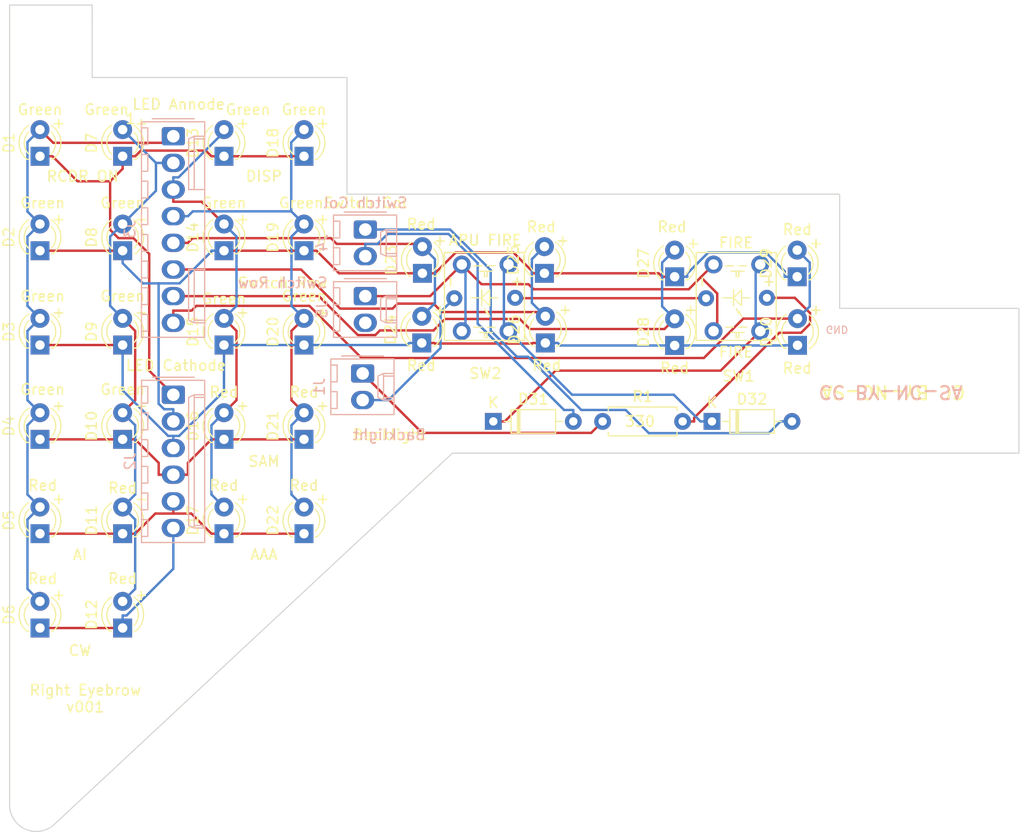
<source format=kicad_pcb>
(kicad_pcb (version 20171130) (host pcbnew "(5.1.5-0-10_14)")

  (general
    (thickness 1.2)
    (drawings 96)
    (tracks 274)
    (zones 0)
    (modules 43)
    (nets 25)
  )

  (page USLetter)
  (title_block
    (title "ABSIS NANO GENERAL I/O")
    (date 2017-12-26)
    (rev -)
    (company "F/A-18C SIMPIT")
    (comment 1 "JOHN STEENSEN")
  )

  (layers
    (0 F.Cu signal)
    (31 B.Cu signal)
    (32 B.Adhes user)
    (33 F.Adhes user)
    (34 B.Paste user)
    (35 F.Paste user)
    (36 B.SilkS user)
    (37 F.SilkS user)
    (38 B.Mask user)
    (39 F.Mask user)
    (40 Dwgs.User user)
    (41 Cmts.User user)
    (42 Eco1.User user)
    (43 Eco2.User user)
    (44 Edge.Cuts user)
    (45 Margin user)
    (46 B.CrtYd user)
    (47 F.CrtYd user)
    (48 B.Fab user)
    (49 F.Fab user)
  )

  (setup
    (last_trace_width 0.2286)
    (trace_clearance 0.1778)
    (zone_clearance 0.508)
    (zone_45_only no)
    (trace_min 0.1524)
    (via_size 0.6)
    (via_drill 0.4)
    (via_min_size 0.4)
    (via_min_drill 0.31)
    (blind_buried_vias_allowed yes)
    (uvia_size 0.3)
    (uvia_drill 0.1)
    (uvias_allowed no)
    (uvia_min_size 0.2)
    (uvia_min_drill 0.1)
    (edge_width 0.1)
    (segment_width 0.15)
    (pcb_text_width 0.3)
    (pcb_text_size 1.5 1.5)
    (mod_edge_width 0.15)
    (mod_text_size 1 1)
    (mod_text_width 0.15)
    (pad_size 0.6 0.6)
    (pad_drill 0.4)
    (pad_to_mask_clearance 0)
    (aux_axis_origin 137.06 26.87)
    (visible_elements 7FFFE7FF)
    (pcbplotparams
      (layerselection 0x010f0_ffffffff)
      (usegerberextensions false)
      (usegerberattributes false)
      (usegerberadvancedattributes false)
      (creategerberjobfile false)
      (excludeedgelayer true)
      (linewidth 0.100000)
      (plotframeref false)
      (viasonmask false)
      (mode 1)
      (useauxorigin false)
      (hpglpennumber 1)
      (hpglpenspeed 20)
      (hpglpendiameter 15.000000)
      (psnegative false)
      (psa4output false)
      (plotreference true)
      (plotvalue true)
      (plotinvisibletext false)
      (padsonsilk false)
      (subtractmaskfromsilk false)
      (outputformat 1)
      (mirror false)
      (drillshape 0)
      (scaleselection 1)
      (outputdirectory "manufacturing/"))
  )

  (net 0 "")
  (net 1 /Dig0)
  (net 2 /SegDP)
  (net 3 /Dig1)
  (net 4 /Dig2)
  (net 5 /Dig3)
  (net 6 /Dig4)
  (net 7 /Dig5)
  (net 8 /SegA)
  (net 9 /SegB)
  (net 10 /SegC)
  (net 11 /SegD)
  (net 12 /SegE)
  (net 13 /SegF)
  (net 14 /SegG)
  (net 15 "Net-(D31-Pad2)")
  (net 16 "Net-(D32-Pad2)")
  (net 17 "Net-(D32-Pad1)")
  (net 18 "Net-(J1-Pad2)")
  (net 19 "Net-(J1-Pad1)")
  (net 20 "Net-(J5-Pad2)")
  (net 21 "Net-(J5-Pad1)")
  (net 22 "Net-(R1-Pad2)")
  (net 23 "Net-(SW1-Pad6)")
  (net 24 "Net-(D31-Pad1)")

  (net_class Default "This is the default net class."
    (clearance 0.1778)
    (trace_width 0.2286)
    (via_dia 0.6)
    (via_drill 0.4)
    (uvia_dia 0.3)
    (uvia_drill 0.1)
    (add_net /Dig0)
    (add_net /Dig1)
    (add_net /Dig2)
    (add_net /Dig3)
    (add_net /Dig4)
    (add_net /Dig5)
    (add_net /SegA)
    (add_net /SegB)
    (add_net /SegC)
    (add_net /SegD)
    (add_net /SegDP)
    (add_net /SegE)
    (add_net /SegF)
    (add_net /SegG)
    (add_net "Net-(D31-Pad1)")
    (add_net "Net-(D31-Pad2)")
    (add_net "Net-(D32-Pad1)")
    (add_net "Net-(D32-Pad2)")
    (add_net "Net-(J1-Pad1)")
    (add_net "Net-(J1-Pad2)")
    (add_net "Net-(J5-Pad1)")
    (add_net "Net-(J5-Pad2)")
    (add_net "Net-(R1-Pad2)")
    (add_net "Net-(SW1-Pad6)")
  )

  (net_class control ""
    (clearance 0.1778)
    (trace_width 0.2286)
    (via_dia 0.6)
    (via_drill 0.4)
    (uvia_dia 0.3)
    (uvia_drill 0.1)
  )

  (net_class pwr12v ""
    (clearance 0.2032)
    (trace_width 0.762)
    (via_dia 0.6)
    (via_drill 0.4)
    (uvia_dia 0.3)
    (uvia_drill 0.1)
  )

  (net_class pwr3.3v ""
    (clearance 0.2032)
    (trace_width 0.3048)
    (via_dia 0.6)
    (via_drill 0.4)
    (uvia_dia 0.3)
    (uvia_drill 0.1)
  )

  (net_class pwr5v ""
    (clearance 0.2032)
    (trace_width 0.2286)
    (via_dia 0.6)
    (via_drill 0.4)
    (uvia_dia 0.3)
    (uvia_drill 0.1)
  )

  (net_class signal ""
    (clearance 0.1778)
    (trace_width 0.1524)
    (via_dia 0.6)
    (via_drill 0.4)
    (uvia_dia 0.3)
    (uvia_drill 0.1)
  )

  (module LED_THT:LED_D3.0mm_FlatTop (layer F.Cu) (tedit 5880A862) (tstamp 5A570753)
    (at 147.828 77.2472 90)
    (descr "LED, Round, FlatTop, diameter 3.0mm, 2 pins, http://www.kingbright.com/attachments/file/psearch/000/00/00/L-47XEC(Ver.9A).pdf")
    (tags "LED Round FlatTop diameter 3.0mm 2 pins")
    (path /5A44A841)
    (fp_text reference D11 (at 1.27 -2.96 90) (layer F.SilkS)
      (effects (font (size 1 1) (thickness 0.15)))
    )
    (fp_text value 4,1 (at 1.27 2.96 90) (layer F.Fab)
      (effects (font (size 1 1) (thickness 0.15)))
    )
    (fp_line (start 3.7 -2.25) (end -1.15 -2.25) (layer F.CrtYd) (width 0.05))
    (fp_line (start 3.7 2.25) (end 3.7 -2.25) (layer F.CrtYd) (width 0.05))
    (fp_line (start -1.15 2.25) (end 3.7 2.25) (layer F.CrtYd) (width 0.05))
    (fp_line (start -1.15 -2.25) (end -1.15 2.25) (layer F.CrtYd) (width 0.05))
    (fp_line (start -0.29 1.08) (end -0.29 1.236) (layer F.SilkS) (width 0.12))
    (fp_line (start -0.29 -1.236) (end -0.29 -1.08) (layer F.SilkS) (width 0.12))
    (fp_line (start -0.23 -1.16619) (end -0.23 1.16619) (layer F.Fab) (width 0.1))
    (fp_circle (center 1.27 0) (end 2.77 0) (layer F.Fab) (width 0.1))
    (fp_arc (start 1.27 0) (end 0.229039 1.08) (angle -87.9) (layer F.SilkS) (width 0.12))
    (fp_arc (start 1.27 0) (end 0.229039 -1.08) (angle 87.9) (layer F.SilkS) (width 0.12))
    (fp_arc (start 1.27 0) (end -0.29 1.235516) (angle -108.8) (layer F.SilkS) (width 0.12))
    (fp_arc (start 1.27 0) (end -0.29 -1.235516) (angle 108.8) (layer F.SilkS) (width 0.12))
    (fp_arc (start 1.27 0) (end -0.23 -1.16619) (angle 284.3) (layer F.Fab) (width 0.1))
    (pad 2 thru_hole circle (at 2.54 0 90) (size 1.8 1.8) (drill 0.9) (layers *.Cu *.Mask)
      (net 8 /SegA))
    (pad 1 thru_hole rect (at 0 0 90) (size 1.8 1.8) (drill 0.9) (layers *.Cu *.Mask)
      (net 6 /Dig4))
    (model ${KISYS3DMOD}/LED_THT.3dshapes/LED_D3.0mm_FlatTop.wrl
      (at (xyz 0 0 0))
      (scale (xyz 1 1 1))
      (rotate (xyz 0 0 0))
    )
  )

  (module PT_Library_v001:Molex_1x02_P2.54mm_Vertical (layer B.Cu) (tedit 5B78013E) (tstamp 5EE46A45)
    (at 170.942 54.61 270)
    (descr "Molex KK-254 Interconnect System, old/engineering part number: AE-6410-02A example for new part number: 22-27-2021, 2 Pins (http://www.molex.com/pdm_docs/sd/022272021_sd.pdf), generated with kicad-footprint-generator")
    (tags "connector Molex KK-254 side entry")
    (path /5EF1C0FA)
    (fp_text reference J5 (at 1.27 4.12 270) (layer B.SilkS)
      (effects (font (size 1 1) (thickness 0.15)) (justify mirror))
    )
    (fp_text value SwitchRow (at 1.27 -4.08 270) (layer B.Fab)
      (effects (font (size 1 1) (thickness 0.15)) (justify mirror))
    )
    (fp_text user %R (at 1.27 2.22 270) (layer B.Fab)
      (effects (font (size 1 1) (thickness 0.15)) (justify mirror))
    )
    (fp_line (start 4.31 3.42) (end -1.77 3.42) (layer B.CrtYd) (width 0.05))
    (fp_line (start 4.31 -3.38) (end 4.31 3.42) (layer B.CrtYd) (width 0.05))
    (fp_line (start -1.77 -3.38) (end 4.31 -3.38) (layer B.CrtYd) (width 0.05))
    (fp_line (start -1.77 3.42) (end -1.77 -3.38) (layer B.CrtYd) (width 0.05))
    (fp_line (start 3.34 2.43) (end 3.34 3.03) (layer B.SilkS) (width 0.12))
    (fp_line (start 1.74 2.43) (end 3.34 2.43) (layer B.SilkS) (width 0.12))
    (fp_line (start 1.74 3.03) (end 1.74 2.43) (layer B.SilkS) (width 0.12))
    (fp_line (start 0.8 2.43) (end 0.8 3.03) (layer B.SilkS) (width 0.12))
    (fp_line (start -0.8 2.43) (end 0.8 2.43) (layer B.SilkS) (width 0.12))
    (fp_line (start -0.8 3.03) (end -0.8 2.43) (layer B.SilkS) (width 0.12))
    (fp_line (start 2.29 -2.99) (end 2.29 -1.99) (layer B.SilkS) (width 0.12))
    (fp_line (start 0.25 -2.99) (end 0.25 -1.99) (layer B.SilkS) (width 0.12))
    (fp_line (start 2.29 -1.46) (end 2.54 -1.99) (layer B.SilkS) (width 0.12))
    (fp_line (start 0.25 -1.46) (end 2.29 -1.46) (layer B.SilkS) (width 0.12))
    (fp_line (start 0 -1.99) (end 0.25 -1.46) (layer B.SilkS) (width 0.12))
    (fp_line (start 2.54 -1.99) (end 2.54 -2.99) (layer B.SilkS) (width 0.12))
    (fp_line (start 0 -1.99) (end 2.54 -1.99) (layer B.SilkS) (width 0.12))
    (fp_line (start 0 -2.99) (end 0 -1.99) (layer B.SilkS) (width 0.12))
    (fp_line (start -0.562893 0) (end -1.27 -0.5) (layer B.Fab) (width 0.1))
    (fp_line (start -1.27 0.5) (end -0.562893 0) (layer B.Fab) (width 0.1))
    (fp_line (start -1.67 2) (end -1.67 -2) (layer B.SilkS) (width 0.12))
    (fp_line (start 3.92 3.03) (end -1.38 3.03) (layer B.SilkS) (width 0.12))
    (fp_line (start 3.92 -2.99) (end 3.92 3.03) (layer B.SilkS) (width 0.12))
    (fp_line (start -1.38 -2.99) (end 3.92 -2.99) (layer B.SilkS) (width 0.12))
    (fp_line (start -1.38 3.03) (end -1.38 -2.99) (layer B.SilkS) (width 0.12))
    (fp_line (start 3.81 2.92) (end -1.27 2.92) (layer B.Fab) (width 0.1))
    (fp_line (start 3.81 -2.88) (end 3.81 2.92) (layer B.Fab) (width 0.1))
    (fp_line (start -1.27 -2.88) (end 3.81 -2.88) (layer B.Fab) (width 0.1))
    (fp_line (start -1.27 2.92) (end -1.27 -2.88) (layer B.Fab) (width 0.1))
    (pad 2 thru_hole oval (at 2.54 0 270) (size 1.74 2.2) (drill 1.2) (layers *.Cu *.Mask)
      (net 20 "Net-(J5-Pad2)"))
    (pad 1 thru_hole roundrect (at 0 0 270) (size 1.74 2.2) (drill 1.2) (layers *.Cu *.Mask) (roundrect_rratio 0.143678)
      (net 21 "Net-(J5-Pad1)"))
    (model ${KISYS3DMOD}/Connector_Molex.3dshapes/Molex_KK-254_AE-6410-02A_1x02_P2.54mm_Vertical.wrl
      (at (xyz 0 0 0))
      (scale (xyz 1 1 1))
      (rotate (xyz 0 0 0))
    )
  )

  (module PT_Library_v001:Molex_1x02_P2.54mm_Vertical (layer B.Cu) (tedit 5B78013E) (tstamp 5EE46A2F)
    (at 170.942 48.26 270)
    (descr "Molex KK-254 Interconnect System, old/engineering part number: AE-6410-02A example for new part number: 22-27-2021, 2 Pins (http://www.molex.com/pdm_docs/sd/022272021_sd.pdf), generated with kicad-footprint-generator")
    (tags "connector Molex KK-254 side entry")
    (path /5EF1C571)
    (fp_text reference J4 (at 1.27 4.12 270) (layer B.SilkS)
      (effects (font (size 1 1) (thickness 0.15)) (justify mirror))
    )
    (fp_text value SwitchCol (at 1.27 -4.08 270) (layer B.Fab)
      (effects (font (size 1 1) (thickness 0.15)) (justify mirror))
    )
    (fp_text user %R (at 1.27 2.22 270) (layer B.Fab)
      (effects (font (size 1 1) (thickness 0.15)) (justify mirror))
    )
    (fp_line (start 4.31 3.42) (end -1.77 3.42) (layer B.CrtYd) (width 0.05))
    (fp_line (start 4.31 -3.38) (end 4.31 3.42) (layer B.CrtYd) (width 0.05))
    (fp_line (start -1.77 -3.38) (end 4.31 -3.38) (layer B.CrtYd) (width 0.05))
    (fp_line (start -1.77 3.42) (end -1.77 -3.38) (layer B.CrtYd) (width 0.05))
    (fp_line (start 3.34 2.43) (end 3.34 3.03) (layer B.SilkS) (width 0.12))
    (fp_line (start 1.74 2.43) (end 3.34 2.43) (layer B.SilkS) (width 0.12))
    (fp_line (start 1.74 3.03) (end 1.74 2.43) (layer B.SilkS) (width 0.12))
    (fp_line (start 0.8 2.43) (end 0.8 3.03) (layer B.SilkS) (width 0.12))
    (fp_line (start -0.8 2.43) (end 0.8 2.43) (layer B.SilkS) (width 0.12))
    (fp_line (start -0.8 3.03) (end -0.8 2.43) (layer B.SilkS) (width 0.12))
    (fp_line (start 2.29 -2.99) (end 2.29 -1.99) (layer B.SilkS) (width 0.12))
    (fp_line (start 0.25 -2.99) (end 0.25 -1.99) (layer B.SilkS) (width 0.12))
    (fp_line (start 2.29 -1.46) (end 2.54 -1.99) (layer B.SilkS) (width 0.12))
    (fp_line (start 0.25 -1.46) (end 2.29 -1.46) (layer B.SilkS) (width 0.12))
    (fp_line (start 0 -1.99) (end 0.25 -1.46) (layer B.SilkS) (width 0.12))
    (fp_line (start 2.54 -1.99) (end 2.54 -2.99) (layer B.SilkS) (width 0.12))
    (fp_line (start 0 -1.99) (end 2.54 -1.99) (layer B.SilkS) (width 0.12))
    (fp_line (start 0 -2.99) (end 0 -1.99) (layer B.SilkS) (width 0.12))
    (fp_line (start -0.562893 0) (end -1.27 -0.5) (layer B.Fab) (width 0.1))
    (fp_line (start -1.27 0.5) (end -0.562893 0) (layer B.Fab) (width 0.1))
    (fp_line (start -1.67 2) (end -1.67 -2) (layer B.SilkS) (width 0.12))
    (fp_line (start 3.92 3.03) (end -1.38 3.03) (layer B.SilkS) (width 0.12))
    (fp_line (start 3.92 -2.99) (end 3.92 3.03) (layer B.SilkS) (width 0.12))
    (fp_line (start -1.38 -2.99) (end 3.92 -2.99) (layer B.SilkS) (width 0.12))
    (fp_line (start -1.38 3.03) (end -1.38 -2.99) (layer B.SilkS) (width 0.12))
    (fp_line (start 3.81 2.92) (end -1.27 2.92) (layer B.Fab) (width 0.1))
    (fp_line (start 3.81 -2.88) (end 3.81 2.92) (layer B.Fab) (width 0.1))
    (fp_line (start -1.27 -2.88) (end 3.81 -2.88) (layer B.Fab) (width 0.1))
    (fp_line (start -1.27 2.92) (end -1.27 -2.88) (layer B.Fab) (width 0.1))
    (pad 2 thru_hole oval (at 2.54 0 270) (size 1.74 2.2) (drill 1.2) (layers *.Cu *.Mask)
      (net 15 "Net-(D31-Pad2)"))
    (pad 1 thru_hole roundrect (at 0 0 270) (size 1.74 2.2) (drill 1.2) (layers *.Cu *.Mask) (roundrect_rratio 0.143678)
      (net 16 "Net-(D32-Pad2)"))
    (model ${KISYS3DMOD}/Connector_Molex.3dshapes/Molex_KK-254_AE-6410-02A_1x02_P2.54mm_Vertical.wrl
      (at (xyz 0 0 0))
      (scale (xyz 1 1 1))
      (rotate (xyz 0 0 0))
    )
  )

  (module PT_Library_v001:Molex_1x08_P2.54mm_Vertical (layer B.Cu) (tedit 5B78013E) (tstamp 5EE20CA0)
    (at 152.654 39.37 270)
    (descr "Molex KK-254 Interconnect System, old/engineering part number: AE-6410-08A example for new part number: 22-27-2081, 8 Pins (http://www.molex.com/pdm_docs/sd/022272021_sd.pdf), generated with kicad-footprint-generator")
    (tags "connector Molex KK-254 side entry")
    (path /5EE409F3)
    (fp_text reference J3 (at 8.89 4.12 270) (layer B.SilkS)
      (effects (font (size 1 1) (thickness 0.15)) (justify mirror))
    )
    (fp_text value "Led Annode" (at 8.89 -4.08 270) (layer B.Fab)
      (effects (font (size 1 1) (thickness 0.15)) (justify mirror))
    )
    (fp_text user %R (at 8.89 2.22 270) (layer B.Fab)
      (effects (font (size 1 1) (thickness 0.15)) (justify mirror))
    )
    (fp_line (start 19.55 3.42) (end -1.77 3.42) (layer B.CrtYd) (width 0.05))
    (fp_line (start 19.55 -3.38) (end 19.55 3.42) (layer B.CrtYd) (width 0.05))
    (fp_line (start -1.77 -3.38) (end 19.55 -3.38) (layer B.CrtYd) (width 0.05))
    (fp_line (start -1.77 3.42) (end -1.77 -3.38) (layer B.CrtYd) (width 0.05))
    (fp_line (start 18.58 2.43) (end 18.58 3.03) (layer B.SilkS) (width 0.12))
    (fp_line (start 16.98 2.43) (end 18.58 2.43) (layer B.SilkS) (width 0.12))
    (fp_line (start 16.98 3.03) (end 16.98 2.43) (layer B.SilkS) (width 0.12))
    (fp_line (start 16.04 2.43) (end 16.04 3.03) (layer B.SilkS) (width 0.12))
    (fp_line (start 14.44 2.43) (end 16.04 2.43) (layer B.SilkS) (width 0.12))
    (fp_line (start 14.44 3.03) (end 14.44 2.43) (layer B.SilkS) (width 0.12))
    (fp_line (start 13.5 2.43) (end 13.5 3.03) (layer B.SilkS) (width 0.12))
    (fp_line (start 11.9 2.43) (end 13.5 2.43) (layer B.SilkS) (width 0.12))
    (fp_line (start 11.9 3.03) (end 11.9 2.43) (layer B.SilkS) (width 0.12))
    (fp_line (start 10.96 2.43) (end 10.96 3.03) (layer B.SilkS) (width 0.12))
    (fp_line (start 9.36 2.43) (end 10.96 2.43) (layer B.SilkS) (width 0.12))
    (fp_line (start 9.36 3.03) (end 9.36 2.43) (layer B.SilkS) (width 0.12))
    (fp_line (start 8.42 2.43) (end 8.42 3.03) (layer B.SilkS) (width 0.12))
    (fp_line (start 6.82 2.43) (end 8.42 2.43) (layer B.SilkS) (width 0.12))
    (fp_line (start 6.82 3.03) (end 6.82 2.43) (layer B.SilkS) (width 0.12))
    (fp_line (start 5.88 2.43) (end 5.88 3.03) (layer B.SilkS) (width 0.12))
    (fp_line (start 4.28 2.43) (end 5.88 2.43) (layer B.SilkS) (width 0.12))
    (fp_line (start 4.28 3.03) (end 4.28 2.43) (layer B.SilkS) (width 0.12))
    (fp_line (start 3.34 2.43) (end 3.34 3.03) (layer B.SilkS) (width 0.12))
    (fp_line (start 1.74 2.43) (end 3.34 2.43) (layer B.SilkS) (width 0.12))
    (fp_line (start 1.74 3.03) (end 1.74 2.43) (layer B.SilkS) (width 0.12))
    (fp_line (start 0.8 2.43) (end 0.8 3.03) (layer B.SilkS) (width 0.12))
    (fp_line (start -0.8 2.43) (end 0.8 2.43) (layer B.SilkS) (width 0.12))
    (fp_line (start -0.8 3.03) (end -0.8 2.43) (layer B.SilkS) (width 0.12))
    (fp_line (start 17.53 -2.99) (end 17.53 -1.99) (layer B.SilkS) (width 0.12))
    (fp_line (start 12.7 -1.46) (end 12.7 -1.99) (layer B.SilkS) (width 0.12))
    (fp_line (start 17.53 -1.46) (end 12.7 -1.46) (layer B.SilkS) (width 0.12))
    (fp_line (start 17.78 -1.99) (end 17.53 -1.46) (layer B.SilkS) (width 0.12))
    (fp_line (start 12.7 -1.99) (end 12.7 -2.99) (layer B.SilkS) (width 0.12))
    (fp_line (start 17.78 -1.99) (end 12.7 -1.99) (layer B.SilkS) (width 0.12))
    (fp_line (start 17.78 -2.99) (end 17.78 -1.99) (layer B.SilkS) (width 0.12))
    (fp_line (start 0.25 -2.99) (end 0.25 -1.99) (layer B.SilkS) (width 0.12))
    (fp_line (start 5.08 -1.46) (end 5.08 -1.99) (layer B.SilkS) (width 0.12))
    (fp_line (start 0.25 -1.46) (end 5.08 -1.46) (layer B.SilkS) (width 0.12))
    (fp_line (start 0 -1.99) (end 0.25 -1.46) (layer B.SilkS) (width 0.12))
    (fp_line (start 5.08 -1.99) (end 5.08 -2.99) (layer B.SilkS) (width 0.12))
    (fp_line (start 0 -1.99) (end 5.08 -1.99) (layer B.SilkS) (width 0.12))
    (fp_line (start 0 -2.99) (end 0 -1.99) (layer B.SilkS) (width 0.12))
    (fp_line (start -0.562893 0) (end -1.27 -0.5) (layer B.Fab) (width 0.1))
    (fp_line (start -1.27 0.5) (end -0.562893 0) (layer B.Fab) (width 0.1))
    (fp_line (start -1.67 2) (end -1.67 -2) (layer B.SilkS) (width 0.12))
    (fp_line (start 19.16 3.03) (end -1.38 3.03) (layer B.SilkS) (width 0.12))
    (fp_line (start 19.16 -2.99) (end 19.16 3.03) (layer B.SilkS) (width 0.12))
    (fp_line (start -1.38 -2.99) (end 19.16 -2.99) (layer B.SilkS) (width 0.12))
    (fp_line (start -1.38 3.03) (end -1.38 -2.99) (layer B.SilkS) (width 0.12))
    (fp_line (start 19.05 2.92) (end -1.27 2.92) (layer B.Fab) (width 0.1))
    (fp_line (start 19.05 -2.88) (end 19.05 2.92) (layer B.Fab) (width 0.1))
    (fp_line (start -1.27 -2.88) (end 19.05 -2.88) (layer B.Fab) (width 0.1))
    (fp_line (start -1.27 2.92) (end -1.27 -2.88) (layer B.Fab) (width 0.1))
    (pad 8 thru_hole oval (at 17.78 0 270) (size 1.74 2.2) (drill 1.2) (layers *.Cu *.Mask)
      (net 14 /SegG))
    (pad 7 thru_hole oval (at 15.24 0 270) (size 1.74 2.2) (drill 1.2) (layers *.Cu *.Mask)
      (net 13 /SegF))
    (pad 6 thru_hole oval (at 12.7 0 270) (size 1.74 2.2) (drill 1.2) (layers *.Cu *.Mask)
      (net 12 /SegE))
    (pad 5 thru_hole oval (at 10.16 0 270) (size 1.74 2.2) (drill 1.2) (layers *.Cu *.Mask)
      (net 11 /SegD))
    (pad 4 thru_hole oval (at 7.62 0 270) (size 1.74 2.2) (drill 1.2) (layers *.Cu *.Mask)
      (net 10 /SegC))
    (pad 3 thru_hole oval (at 5.08 0 270) (size 1.74 2.2) (drill 1.2) (layers *.Cu *.Mask)
      (net 9 /SegB))
    (pad 2 thru_hole oval (at 2.54 0 270) (size 1.74 2.2) (drill 1.2) (layers *.Cu *.Mask)
      (net 8 /SegA))
    (pad 1 thru_hole roundrect (at 0 0 270) (size 1.74 2.2) (drill 1.2) (layers *.Cu *.Mask) (roundrect_rratio 0.143678)
      (net 2 /SegDP))
    (model ${KISYS3DMOD}/Connector_Molex.3dshapes/Molex_KK-254_AE-6410-08A_1x08_P2.54mm_Vertical.wrl
      (at (xyz 0 0 0))
      (scale (xyz 1 1 1))
      (rotate (xyz 0 0 0))
    )
  )

  (module PT_Library_v001:Molex_1x06_P2.54mm_Vertical (layer B.Cu) (tedit 5B78013E) (tstamp 5EE20C84)
    (at 152.654 64.008 270)
    (descr "Molex KK-254 Interconnect System, old/engineering part number: AE-6410-06A example for new part number: 22-27-2061, 6 Pins (http://www.molex.com/pdm_docs/sd/022272021_sd.pdf), generated with kicad-footprint-generator")
    (tags "connector Molex KK-254 side entry")
    (path /5EE3F87E)
    (fp_text reference J2 (at 6.35 4.12 270) (layer B.SilkS)
      (effects (font (size 1 1) (thickness 0.15)) (justify mirror))
    )
    (fp_text value "Led Cathode" (at 6.35 -4.08 270) (layer B.Fab)
      (effects (font (size 1 1) (thickness 0.15)) (justify mirror))
    )
    (fp_text user %R (at 6.35 2.22 270) (layer B.Fab)
      (effects (font (size 1 1) (thickness 0.15)) (justify mirror))
    )
    (fp_line (start 14.47 3.42) (end -1.77 3.42) (layer B.CrtYd) (width 0.05))
    (fp_line (start 14.47 -3.38) (end 14.47 3.42) (layer B.CrtYd) (width 0.05))
    (fp_line (start -1.77 -3.38) (end 14.47 -3.38) (layer B.CrtYd) (width 0.05))
    (fp_line (start -1.77 3.42) (end -1.77 -3.38) (layer B.CrtYd) (width 0.05))
    (fp_line (start 13.5 2.43) (end 13.5 3.03) (layer B.SilkS) (width 0.12))
    (fp_line (start 11.9 2.43) (end 13.5 2.43) (layer B.SilkS) (width 0.12))
    (fp_line (start 11.9 3.03) (end 11.9 2.43) (layer B.SilkS) (width 0.12))
    (fp_line (start 10.96 2.43) (end 10.96 3.03) (layer B.SilkS) (width 0.12))
    (fp_line (start 9.36 2.43) (end 10.96 2.43) (layer B.SilkS) (width 0.12))
    (fp_line (start 9.36 3.03) (end 9.36 2.43) (layer B.SilkS) (width 0.12))
    (fp_line (start 8.42 2.43) (end 8.42 3.03) (layer B.SilkS) (width 0.12))
    (fp_line (start 6.82 2.43) (end 8.42 2.43) (layer B.SilkS) (width 0.12))
    (fp_line (start 6.82 3.03) (end 6.82 2.43) (layer B.SilkS) (width 0.12))
    (fp_line (start 5.88 2.43) (end 5.88 3.03) (layer B.SilkS) (width 0.12))
    (fp_line (start 4.28 2.43) (end 5.88 2.43) (layer B.SilkS) (width 0.12))
    (fp_line (start 4.28 3.03) (end 4.28 2.43) (layer B.SilkS) (width 0.12))
    (fp_line (start 3.34 2.43) (end 3.34 3.03) (layer B.SilkS) (width 0.12))
    (fp_line (start 1.74 2.43) (end 3.34 2.43) (layer B.SilkS) (width 0.12))
    (fp_line (start 1.74 3.03) (end 1.74 2.43) (layer B.SilkS) (width 0.12))
    (fp_line (start 0.8 2.43) (end 0.8 3.03) (layer B.SilkS) (width 0.12))
    (fp_line (start -0.8 2.43) (end 0.8 2.43) (layer B.SilkS) (width 0.12))
    (fp_line (start -0.8 3.03) (end -0.8 2.43) (layer B.SilkS) (width 0.12))
    (fp_line (start 12.45 -2.99) (end 12.45 -1.99) (layer B.SilkS) (width 0.12))
    (fp_line (start 0.25 -2.99) (end 0.25 -1.99) (layer B.SilkS) (width 0.12))
    (fp_line (start 12.45 -1.46) (end 12.7 -1.99) (layer B.SilkS) (width 0.12))
    (fp_line (start 0.25 -1.46) (end 12.45 -1.46) (layer B.SilkS) (width 0.12))
    (fp_line (start 0 -1.99) (end 0.25 -1.46) (layer B.SilkS) (width 0.12))
    (fp_line (start 12.7 -1.99) (end 12.7 -2.99) (layer B.SilkS) (width 0.12))
    (fp_line (start 0 -1.99) (end 12.7 -1.99) (layer B.SilkS) (width 0.12))
    (fp_line (start 0 -2.99) (end 0 -1.99) (layer B.SilkS) (width 0.12))
    (fp_line (start -0.562893 0) (end -1.27 -0.5) (layer B.Fab) (width 0.1))
    (fp_line (start -1.27 0.5) (end -0.562893 0) (layer B.Fab) (width 0.1))
    (fp_line (start -1.67 2) (end -1.67 -2) (layer B.SilkS) (width 0.12))
    (fp_line (start 14.08 3.03) (end -1.38 3.03) (layer B.SilkS) (width 0.12))
    (fp_line (start 14.08 -2.99) (end 14.08 3.03) (layer B.SilkS) (width 0.12))
    (fp_line (start -1.38 -2.99) (end 14.08 -2.99) (layer B.SilkS) (width 0.12))
    (fp_line (start -1.38 3.03) (end -1.38 -2.99) (layer B.SilkS) (width 0.12))
    (fp_line (start 13.97 2.92) (end -1.27 2.92) (layer B.Fab) (width 0.1))
    (fp_line (start 13.97 -2.88) (end 13.97 2.92) (layer B.Fab) (width 0.1))
    (fp_line (start -1.27 -2.88) (end 13.97 -2.88) (layer B.Fab) (width 0.1))
    (fp_line (start -1.27 2.92) (end -1.27 -2.88) (layer B.Fab) (width 0.1))
    (pad 6 thru_hole oval (at 12.7 0 270) (size 1.74 2.2) (drill 1.2) (layers *.Cu *.Mask)
      (net 7 /Dig5))
    (pad 5 thru_hole oval (at 10.16 0 270) (size 1.74 2.2) (drill 1.2) (layers *.Cu *.Mask)
      (net 6 /Dig4))
    (pad 4 thru_hole oval (at 7.62 0 270) (size 1.74 2.2) (drill 1.2) (layers *.Cu *.Mask)
      (net 5 /Dig3))
    (pad 3 thru_hole oval (at 5.08 0 270) (size 1.74 2.2) (drill 1.2) (layers *.Cu *.Mask)
      (net 4 /Dig2))
    (pad 2 thru_hole oval (at 2.54 0 270) (size 1.74 2.2) (drill 1.2) (layers *.Cu *.Mask)
      (net 3 /Dig1))
    (pad 1 thru_hole roundrect (at 0 0 270) (size 1.74 2.2) (drill 1.2) (layers *.Cu *.Mask) (roundrect_rratio 0.143678)
      (net 1 /Dig0))
    (model ${KISYS3DMOD}/Connector_Molex.3dshapes/Molex_KK-254_AE-6410-06A_1x06_P2.54mm_Vertical.wrl
      (at (xyz 0 0 0))
      (scale (xyz 1 1 1))
      (rotate (xyz 0 0 0))
    )
  )

  (module PT_Library_v001:Molex_1x02_P2.54mm_Vertical (layer B.Cu) (tedit 5B78013E) (tstamp 5EE469B1)
    (at 170.688 61.976 270)
    (descr "Molex KK-254 Interconnect System, old/engineering part number: AE-6410-02A example for new part number: 22-27-2021, 2 Pins (http://www.molex.com/pdm_docs/sd/022272021_sd.pdf), generated with kicad-footprint-generator")
    (tags "connector Molex KK-254 side entry")
    (path /5EF1D237)
    (fp_text reference J1 (at 1.27 4.12 270) (layer B.SilkS)
      (effects (font (size 1 1) (thickness 0.15)) (justify mirror))
    )
    (fp_text value Backlight (at 1.27 -4.08 270) (layer B.Fab)
      (effects (font (size 1 1) (thickness 0.15)) (justify mirror))
    )
    (fp_text user %R (at 1.27 2.22 270) (layer B.Fab)
      (effects (font (size 1 1) (thickness 0.15)) (justify mirror))
    )
    (fp_line (start 4.31 3.42) (end -1.77 3.42) (layer B.CrtYd) (width 0.05))
    (fp_line (start 4.31 -3.38) (end 4.31 3.42) (layer B.CrtYd) (width 0.05))
    (fp_line (start -1.77 -3.38) (end 4.31 -3.38) (layer B.CrtYd) (width 0.05))
    (fp_line (start -1.77 3.42) (end -1.77 -3.38) (layer B.CrtYd) (width 0.05))
    (fp_line (start 3.34 2.43) (end 3.34 3.03) (layer B.SilkS) (width 0.12))
    (fp_line (start 1.74 2.43) (end 3.34 2.43) (layer B.SilkS) (width 0.12))
    (fp_line (start 1.74 3.03) (end 1.74 2.43) (layer B.SilkS) (width 0.12))
    (fp_line (start 0.8 2.43) (end 0.8 3.03) (layer B.SilkS) (width 0.12))
    (fp_line (start -0.8 2.43) (end 0.8 2.43) (layer B.SilkS) (width 0.12))
    (fp_line (start -0.8 3.03) (end -0.8 2.43) (layer B.SilkS) (width 0.12))
    (fp_line (start 2.29 -2.99) (end 2.29 -1.99) (layer B.SilkS) (width 0.12))
    (fp_line (start 0.25 -2.99) (end 0.25 -1.99) (layer B.SilkS) (width 0.12))
    (fp_line (start 2.29 -1.46) (end 2.54 -1.99) (layer B.SilkS) (width 0.12))
    (fp_line (start 0.25 -1.46) (end 2.29 -1.46) (layer B.SilkS) (width 0.12))
    (fp_line (start 0 -1.99) (end 0.25 -1.46) (layer B.SilkS) (width 0.12))
    (fp_line (start 2.54 -1.99) (end 2.54 -2.99) (layer B.SilkS) (width 0.12))
    (fp_line (start 0 -1.99) (end 2.54 -1.99) (layer B.SilkS) (width 0.12))
    (fp_line (start 0 -2.99) (end 0 -1.99) (layer B.SilkS) (width 0.12))
    (fp_line (start -0.562893 0) (end -1.27 -0.5) (layer B.Fab) (width 0.1))
    (fp_line (start -1.27 0.5) (end -0.562893 0) (layer B.Fab) (width 0.1))
    (fp_line (start -1.67 2) (end -1.67 -2) (layer B.SilkS) (width 0.12))
    (fp_line (start 3.92 3.03) (end -1.38 3.03) (layer B.SilkS) (width 0.12))
    (fp_line (start 3.92 -2.99) (end 3.92 3.03) (layer B.SilkS) (width 0.12))
    (fp_line (start -1.38 -2.99) (end 3.92 -2.99) (layer B.SilkS) (width 0.12))
    (fp_line (start -1.38 3.03) (end -1.38 -2.99) (layer B.SilkS) (width 0.12))
    (fp_line (start 3.81 2.92) (end -1.27 2.92) (layer B.Fab) (width 0.1))
    (fp_line (start 3.81 -2.88) (end 3.81 2.92) (layer B.Fab) (width 0.1))
    (fp_line (start -1.27 -2.88) (end 3.81 -2.88) (layer B.Fab) (width 0.1))
    (fp_line (start -1.27 2.92) (end -1.27 -2.88) (layer B.Fab) (width 0.1))
    (pad 2 thru_hole oval (at 2.54 0 270) (size 1.74 2.2) (drill 1.2) (layers *.Cu *.Mask)
      (net 18 "Net-(J1-Pad2)"))
    (pad 1 thru_hole roundrect (at 0 0 270) (size 1.74 2.2) (drill 1.2) (layers *.Cu *.Mask) (roundrect_rratio 0.143678)
      (net 19 "Net-(J1-Pad1)"))
    (model ${KISYS3DMOD}/Connector_Molex.3dshapes/Molex_KK-254_AE-6410-02A_1x02_P2.54mm_Vertical.wrl
      (at (xyz 0 0 0))
      (scale (xyz 1 1 1))
      (rotate (xyz 0 0 0))
    )
  )

  (module PT_Library_v001:D_Signal_P7.62mm_Horizontal (layer F.Cu) (tedit 5AE50CD5) (tstamp 5EEEB7EE)
    (at 203.962 66.548)
    (descr "Diode, DO-35_SOD27 series, Axial, Horizontal, pin pitch=7.62mm, , length*diameter=4*2mm^2, , http://www.diodes.com/_files/packages/DO-35.pdf")
    (tags "Diode DO-35_SOD27 series Axial Horizontal pin pitch 7.62mm  length 4mm diameter 2mm")
    (path /5EF80AE6)
    (fp_text reference D32 (at 3.81 -2.12) (layer F.SilkS)
      (effects (font (size 1 1) (thickness 0.15)))
    )
    (fp_text value D (at 3.81 2.12) (layer F.Fab)
      (effects (font (size 1 1) (thickness 0.15)))
    )
    (fp_text user K (at 0 -1.8) (layer F.SilkS)
      (effects (font (size 1 1) (thickness 0.15)))
    )
    (fp_text user K (at 0 -1.8) (layer F.Fab)
      (effects (font (size 1 1) (thickness 0.15)))
    )
    (fp_text user %R (at 4.11 0) (layer F.Fab)
      (effects (font (size 0.8 0.8) (thickness 0.12)))
    )
    (fp_line (start 8.67 -1.25) (end -1.05 -1.25) (layer F.CrtYd) (width 0.05))
    (fp_line (start 8.67 1.25) (end 8.67 -1.25) (layer F.CrtYd) (width 0.05))
    (fp_line (start -1.05 1.25) (end 8.67 1.25) (layer F.CrtYd) (width 0.05))
    (fp_line (start -1.05 -1.25) (end -1.05 1.25) (layer F.CrtYd) (width 0.05))
    (fp_line (start 2.29 -1.12) (end 2.29 1.12) (layer F.SilkS) (width 0.12))
    (fp_line (start 2.53 -1.12) (end 2.53 1.12) (layer F.SilkS) (width 0.12))
    (fp_line (start 2.41 -1.12) (end 2.41 1.12) (layer F.SilkS) (width 0.12))
    (fp_line (start 6.58 0) (end 5.93 0) (layer F.SilkS) (width 0.12))
    (fp_line (start 1.04 0) (end 1.69 0) (layer F.SilkS) (width 0.12))
    (fp_line (start 5.93 -1.12) (end 1.69 -1.12) (layer F.SilkS) (width 0.12))
    (fp_line (start 5.93 1.12) (end 5.93 -1.12) (layer F.SilkS) (width 0.12))
    (fp_line (start 1.69 1.12) (end 5.93 1.12) (layer F.SilkS) (width 0.12))
    (fp_line (start 1.69 -1.12) (end 1.69 1.12) (layer F.SilkS) (width 0.12))
    (fp_line (start 2.31 -1) (end 2.31 1) (layer F.Fab) (width 0.1))
    (fp_line (start 2.51 -1) (end 2.51 1) (layer F.Fab) (width 0.1))
    (fp_line (start 2.41 -1) (end 2.41 1) (layer F.Fab) (width 0.1))
    (fp_line (start 7.62 0) (end 5.81 0) (layer F.Fab) (width 0.1))
    (fp_line (start 0 0) (end 1.81 0) (layer F.Fab) (width 0.1))
    (fp_line (start 5.81 -1) (end 1.81 -1) (layer F.Fab) (width 0.1))
    (fp_line (start 5.81 1) (end 5.81 -1) (layer F.Fab) (width 0.1))
    (fp_line (start 1.81 1) (end 5.81 1) (layer F.Fab) (width 0.1))
    (fp_line (start 1.81 -1) (end 1.81 1) (layer F.Fab) (width 0.1))
    (pad 2 thru_hole oval (at 7.62 0) (size 1.6 1.6) (drill 0.8) (layers *.Cu *.Mask)
      (net 16 "Net-(D32-Pad2)"))
    (pad 1 thru_hole rect (at 0 0) (size 1.6 1.6) (drill 0.8) (layers *.Cu *.Mask)
      (net 17 "Net-(D32-Pad1)"))
    (model ${KISYS3DMOD}/Diode_THT.3dshapes/D_DO-35_SOD27_P7.62mm_Horizontal.wrl
      (at (xyz 0 0 0))
      (scale (xyz 1 1 1))
      (rotate (xyz 0 0 0))
    )
  )

  (module PT_Library_v001:D_Signal_P7.62mm_Horizontal (layer F.Cu) (tedit 5AE50CD5) (tstamp 5EE4697C)
    (at 183.134 66.548)
    (descr "Diode, DO-35_SOD27 series, Axial, Horizontal, pin pitch=7.62mm, , length*diameter=4*2mm^2, , http://www.diodes.com/_files/packages/DO-35.pdf")
    (tags "Diode DO-35_SOD27 series Axial Horizontal pin pitch 7.62mm  length 4mm diameter 2mm")
    (path /5EE6136F)
    (fp_text reference D31 (at 3.81 -2.12) (layer F.SilkS)
      (effects (font (size 1 1) (thickness 0.15)))
    )
    (fp_text value D (at 3.81 2.12) (layer F.Fab)
      (effects (font (size 1 1) (thickness 0.15)))
    )
    (fp_text user K (at 0 -1.8) (layer F.SilkS)
      (effects (font (size 1 1) (thickness 0.15)))
    )
    (fp_text user K (at 0 -1.8) (layer F.Fab)
      (effects (font (size 1 1) (thickness 0.15)))
    )
    (fp_text user %R (at 4.11 0) (layer F.Fab)
      (effects (font (size 0.8 0.8) (thickness 0.12)))
    )
    (fp_line (start 8.67 -1.25) (end -1.05 -1.25) (layer F.CrtYd) (width 0.05))
    (fp_line (start 8.67 1.25) (end 8.67 -1.25) (layer F.CrtYd) (width 0.05))
    (fp_line (start -1.05 1.25) (end 8.67 1.25) (layer F.CrtYd) (width 0.05))
    (fp_line (start -1.05 -1.25) (end -1.05 1.25) (layer F.CrtYd) (width 0.05))
    (fp_line (start 2.29 -1.12) (end 2.29 1.12) (layer F.SilkS) (width 0.12))
    (fp_line (start 2.53 -1.12) (end 2.53 1.12) (layer F.SilkS) (width 0.12))
    (fp_line (start 2.41 -1.12) (end 2.41 1.12) (layer F.SilkS) (width 0.12))
    (fp_line (start 6.58 0) (end 5.93 0) (layer F.SilkS) (width 0.12))
    (fp_line (start 1.04 0) (end 1.69 0) (layer F.SilkS) (width 0.12))
    (fp_line (start 5.93 -1.12) (end 1.69 -1.12) (layer F.SilkS) (width 0.12))
    (fp_line (start 5.93 1.12) (end 5.93 -1.12) (layer F.SilkS) (width 0.12))
    (fp_line (start 1.69 1.12) (end 5.93 1.12) (layer F.SilkS) (width 0.12))
    (fp_line (start 1.69 -1.12) (end 1.69 1.12) (layer F.SilkS) (width 0.12))
    (fp_line (start 2.31 -1) (end 2.31 1) (layer F.Fab) (width 0.1))
    (fp_line (start 2.51 -1) (end 2.51 1) (layer F.Fab) (width 0.1))
    (fp_line (start 2.41 -1) (end 2.41 1) (layer F.Fab) (width 0.1))
    (fp_line (start 7.62 0) (end 5.81 0) (layer F.Fab) (width 0.1))
    (fp_line (start 0 0) (end 1.81 0) (layer F.Fab) (width 0.1))
    (fp_line (start 5.81 -1) (end 1.81 -1) (layer F.Fab) (width 0.1))
    (fp_line (start 5.81 1) (end 5.81 -1) (layer F.Fab) (width 0.1))
    (fp_line (start 1.81 1) (end 5.81 1) (layer F.Fab) (width 0.1))
    (fp_line (start 1.81 -1) (end 1.81 1) (layer F.Fab) (width 0.1))
    (pad 2 thru_hole oval (at 7.62 0) (size 1.6 1.6) (drill 0.8) (layers *.Cu *.Mask)
      (net 15 "Net-(D31-Pad2)"))
    (pad 1 thru_hole rect (at 0 0) (size 1.6 1.6) (drill 0.8) (layers *.Cu *.Mask)
      (net 24 "Net-(D31-Pad1)"))
    (model ${KISYS3DMOD}/Diode_THT.3dshapes/D_DO-35_SOD27_P7.62mm_Horizontal.wrl
      (at (xyz 0 0 0))
      (scale (xyz 1 1 1))
      (rotate (xyz 0 0 0))
    )
  )

  (module Resistor_THT:R_Axial_DIN0207_L6.3mm_D2.5mm_P7.62mm_Horizontal (layer F.Cu) (tedit 5AE5139B) (tstamp 5EE46A5C)
    (at 193.548 66.548)
    (descr "Resistor, Axial_DIN0207 series, Axial, Horizontal, pin pitch=7.62mm, 0.25W = 1/4W, length*diameter=6.3*2.5mm^2, http://cdn-reichelt.de/documents/datenblatt/B400/1_4W%23YAG.pdf")
    (tags "Resistor Axial_DIN0207 series Axial Horizontal pin pitch 7.62mm 0.25W = 1/4W length 6.3mm diameter 2.5mm")
    (path /5EF1E77B)
    (fp_text reference R1 (at 3.81 -2.37) (layer F.SilkS)
      (effects (font (size 1 1) (thickness 0.15)))
    )
    (fp_text value 330 (at 3.81 2.37) (layer F.Fab)
      (effects (font (size 1 1) (thickness 0.15)))
    )
    (fp_text user %R (at 3.81 0) (layer F.Fab)
      (effects (font (size 1 1) (thickness 0.15)))
    )
    (fp_line (start 8.67 -1.5) (end -1.05 -1.5) (layer F.CrtYd) (width 0.05))
    (fp_line (start 8.67 1.5) (end 8.67 -1.5) (layer F.CrtYd) (width 0.05))
    (fp_line (start -1.05 1.5) (end 8.67 1.5) (layer F.CrtYd) (width 0.05))
    (fp_line (start -1.05 -1.5) (end -1.05 1.5) (layer F.CrtYd) (width 0.05))
    (fp_line (start 7.08 1.37) (end 7.08 1.04) (layer F.SilkS) (width 0.12))
    (fp_line (start 0.54 1.37) (end 7.08 1.37) (layer F.SilkS) (width 0.12))
    (fp_line (start 0.54 1.04) (end 0.54 1.37) (layer F.SilkS) (width 0.12))
    (fp_line (start 7.08 -1.37) (end 7.08 -1.04) (layer F.SilkS) (width 0.12))
    (fp_line (start 0.54 -1.37) (end 7.08 -1.37) (layer F.SilkS) (width 0.12))
    (fp_line (start 0.54 -1.04) (end 0.54 -1.37) (layer F.SilkS) (width 0.12))
    (fp_line (start 7.62 0) (end 6.96 0) (layer F.Fab) (width 0.1))
    (fp_line (start 0 0) (end 0.66 0) (layer F.Fab) (width 0.1))
    (fp_line (start 6.96 -1.25) (end 0.66 -1.25) (layer F.Fab) (width 0.1))
    (fp_line (start 6.96 1.25) (end 6.96 -1.25) (layer F.Fab) (width 0.1))
    (fp_line (start 0.66 1.25) (end 6.96 1.25) (layer F.Fab) (width 0.1))
    (fp_line (start 0.66 -1.25) (end 0.66 1.25) (layer F.Fab) (width 0.1))
    (pad 2 thru_hole oval (at 7.62 0) (size 1.6 1.6) (drill 0.8) (layers *.Cu *.Mask)
      (net 22 "Net-(R1-Pad2)"))
    (pad 1 thru_hole circle (at 0 0) (size 1.6 1.6) (drill 0.8) (layers *.Cu *.Mask)
      (net 19 "Net-(J1-Pad1)"))
    (model ${KISYS3DMOD}/Resistor_THT.3dshapes/R_Axial_DIN0207_L6.3mm_D2.5mm_P7.62mm_Horizontal.wrl
      (at (xyz 0 0 0))
      (scale (xyz 1 1 1))
      (rotate (xyz 0 0 0))
    )
  )

  (module PT_Library_v001:PT_Small_Tactile_Switch_With_LED (layer F.Cu) (tedit 5EE4152B) (tstamp 5A570957)
    (at 182.289 54.7672 270)
    (path /5A4586CB)
    (fp_text reference SW2 (at 7.2088 -0.083 180) (layer F.SilkS)
      (effects (font (size 1 1) (thickness 0.15)))
    )
    (fp_text value "OUT SWTCH" (at 0 -0.5 90) (layer F.Fab)
      (effects (font (size 1 1) (thickness 0.15)))
    )
    (fp_line (start -4.318 -3.81) (end -3.048 -3.81) (layer F.SilkS) (width 0.12))
    (fp_line (start -4.32 3.81) (end -4.318 -3.81) (layer F.SilkS) (width 0.12))
    (fp_line (start 4.07 3.81) (end -4.312 3.81) (layer F.SilkS) (width 0.12))
    (fp_line (start 4.064 -3.81) (end 4.05 3.81) (layer F.SilkS) (width 0.12))
    (fp_line (start -4.064 -3.81) (end 4.064 -3.81) (layer F.SilkS) (width 0.12))
    (fp_text user - (at -1.524 3.302 90) (layer F.SilkS)
      (effects (font (size 1 1) (thickness 0.15)))
    )
    (fp_line (start 3.81 0) (end 3.302 0) (layer F.SilkS) (width 0.12))
    (fp_line (start 2.794 -1.016) (end 2.794 -0.254) (layer F.SilkS) (width 0.12))
    (fp_line (start 3.81 -0.254) (end 3.81 0) (layer F.SilkS) (width 0.12))
    (fp_line (start 3.302 -0.762) (end 3.302 0.508) (layer F.SilkS) (width 0.12))
    (fp_line (start 2.794 0.254) (end 2.794 1.016) (layer F.SilkS) (width 0.12))
    (fp_line (start 3.302 -0.254) (end 3.81 -0.254) (layer F.SilkS) (width 0.12))
    (fp_line (start -2.032 0) (end -2.54 0) (layer F.SilkS) (width 0.12))
    (fp_line (start -2.032 -0.254) (end -2.032 0) (layer F.SilkS) (width 0.12))
    (fp_line (start -2.54 -0.254) (end -2.032 -0.254) (layer F.SilkS) (width 0.12))
    (fp_line (start -2.54 -0.762) (end -2.54 0.508) (layer F.SilkS) (width 0.12))
    (fp_line (start -3.048 0.254) (end -3.048 1.016) (layer F.SilkS) (width 0.12))
    (fp_line (start -3.048 -1.016) (end -3.048 -0.254) (layer F.SilkS) (width 0.12))
    (fp_line (start 1.524 -0.254) (end 1.016 0) (layer F.SilkS) (width 0.12))
    (fp_line (start 1.27 -0.254) (end 1.524 -0.254) (layer F.SilkS) (width 0.12))
    (fp_line (start 1.778 -0.508) (end 1.27 -0.254) (layer F.SilkS) (width 0.12))
    (fp_line (start 0 0.254) (end 0 1.27) (layer F.SilkS) (width 0.12))
    (fp_line (start -0.762 0.254) (end 0 0.254) (layer F.SilkS) (width 0.12))
    (fp_line (start 0.762 0.254) (end -0.762 0.254) (layer F.SilkS) (width 0.12))
    (fp_line (start -0.762 -0.508) (end 0 -0.508) (layer F.SilkS) (width 0.12))
    (fp_line (start 0 0.254) (end -0.762 -0.508) (layer F.SilkS) (width 0.12))
    (fp_line (start 0.762 -0.508) (end 0 0.254) (layer F.SilkS) (width 0.12))
    (fp_line (start 0 -0.508) (end 0.762 -0.508) (layer F.SilkS) (width 0.12))
    (fp_line (start 0 -1.27) (end 0 -0.508) (layer F.SilkS) (width 0.12))
    (fp_text user + (at -1.524 -3.048 90) (layer F.SilkS)
      (effects (font (size 1 1) (thickness 0.15)))
    )
    (pad 6 thru_hole circle (at 0.04 2.87 270) (size 1.524 1.524) (drill 0.762) (layers *.Cu *.Mask)
      (net 18 "Net-(J1-Pad2)"))
    (pad 5 thru_hole circle (at 0 -2.921 270) (size 1.524 1.524) (drill 0.762) (layers *.Cu *.Mask)
      (net 23 "Net-(SW1-Pad6)"))
    (pad 4 thru_hole circle (at 3.175 2.159 270) (size 1.7 1.7) (drill 1) (layers *.Cu *.Mask)
      (net 21 "Net-(J5-Pad1)"))
    (pad 3 thru_hole circle (at -3.175 2.159 270) (size 1.7 1.7) (drill 1) (layers *.Cu *.Mask)
      (net 21 "Net-(J5-Pad1)"))
    (pad 2 thru_hole circle (at 3.175 -2.286 270) (size 1.7 1.7) (drill 1) (layers *.Cu *.Mask)
      (net 17 "Net-(D32-Pad1)"))
    (pad 1 thru_hole circle (at -3.175 -2.286 270) (size 1.7 1.7) (drill 1) (layers *.Cu *.Mask)
      (net 17 "Net-(D32-Pad1)"))
  )

  (module PT_Library_v001:PT_Small_Tactile_Switch_With_LED (layer F.Cu) (tedit 5EE4152B) (tstamp 5A570944)
    (at 206.269 54.7672 270)
    (path /5A4585C5)
    (fp_text reference SW1 (at 7.4628 -0.233 180) (layer F.SilkS)
      (effects (font (size 1 1) (thickness 0.15)))
    )
    (fp_text value "IN SWTCH" (at 0 -0.5 90) (layer F.Fab)
      (effects (font (size 1 1) (thickness 0.15)))
    )
    (fp_line (start -4.318 -3.81) (end -3.048 -3.81) (layer F.SilkS) (width 0.12))
    (fp_line (start -4.32 3.81) (end -4.318 -3.81) (layer F.SilkS) (width 0.12))
    (fp_line (start 4.07 3.81) (end -4.312 3.81) (layer F.SilkS) (width 0.12))
    (fp_line (start 4.064 -3.81) (end 4.05 3.81) (layer F.SilkS) (width 0.12))
    (fp_line (start -4.064 -3.81) (end 4.064 -3.81) (layer F.SilkS) (width 0.12))
    (fp_text user - (at -1.524 3.302 90) (layer F.SilkS)
      (effects (font (size 1 1) (thickness 0.15)))
    )
    (fp_line (start 3.81 0) (end 3.302 0) (layer F.SilkS) (width 0.12))
    (fp_line (start 2.794 -1.016) (end 2.794 -0.254) (layer F.SilkS) (width 0.12))
    (fp_line (start 3.81 -0.254) (end 3.81 0) (layer F.SilkS) (width 0.12))
    (fp_line (start 3.302 -0.762) (end 3.302 0.508) (layer F.SilkS) (width 0.12))
    (fp_line (start 2.794 0.254) (end 2.794 1.016) (layer F.SilkS) (width 0.12))
    (fp_line (start 3.302 -0.254) (end 3.81 -0.254) (layer F.SilkS) (width 0.12))
    (fp_line (start -2.032 0) (end -2.54 0) (layer F.SilkS) (width 0.12))
    (fp_line (start -2.032 -0.254) (end -2.032 0) (layer F.SilkS) (width 0.12))
    (fp_line (start -2.54 -0.254) (end -2.032 -0.254) (layer F.SilkS) (width 0.12))
    (fp_line (start -2.54 -0.762) (end -2.54 0.508) (layer F.SilkS) (width 0.12))
    (fp_line (start -3.048 0.254) (end -3.048 1.016) (layer F.SilkS) (width 0.12))
    (fp_line (start -3.048 -1.016) (end -3.048 -0.254) (layer F.SilkS) (width 0.12))
    (fp_line (start 1.524 -0.254) (end 1.016 0) (layer F.SilkS) (width 0.12))
    (fp_line (start 1.27 -0.254) (end 1.524 -0.254) (layer F.SilkS) (width 0.12))
    (fp_line (start 1.778 -0.508) (end 1.27 -0.254) (layer F.SilkS) (width 0.12))
    (fp_line (start 0 0.254) (end 0 1.27) (layer F.SilkS) (width 0.12))
    (fp_line (start -0.762 0.254) (end 0 0.254) (layer F.SilkS) (width 0.12))
    (fp_line (start 0.762 0.254) (end -0.762 0.254) (layer F.SilkS) (width 0.12))
    (fp_line (start -0.762 -0.508) (end 0 -0.508) (layer F.SilkS) (width 0.12))
    (fp_line (start 0 0.254) (end -0.762 -0.508) (layer F.SilkS) (width 0.12))
    (fp_line (start 0.762 -0.508) (end 0 0.254) (layer F.SilkS) (width 0.12))
    (fp_line (start 0 -0.508) (end 0.762 -0.508) (layer F.SilkS) (width 0.12))
    (fp_line (start 0 -1.27) (end 0 -0.508) (layer F.SilkS) (width 0.12))
    (fp_text user + (at -1.524 -3.048 90) (layer F.SilkS)
      (effects (font (size 1 1) (thickness 0.15)))
    )
    (pad 6 thru_hole circle (at 0.04 2.87 270) (size 1.524 1.524) (drill 0.762) (layers *.Cu *.Mask)
      (net 23 "Net-(SW1-Pad6)"))
    (pad 5 thru_hole circle (at 0 -2.921 270) (size 1.524 1.524) (drill 0.762) (layers *.Cu *.Mask)
      (net 22 "Net-(R1-Pad2)"))
    (pad 4 thru_hole circle (at 3.175 2.159 270) (size 1.7 1.7) (drill 1) (layers *.Cu *.Mask)
      (net 21 "Net-(J5-Pad1)"))
    (pad 3 thru_hole circle (at -3.175 2.159 270) (size 1.7 1.7) (drill 1) (layers *.Cu *.Mask)
      (net 21 "Net-(J5-Pad1)"))
    (pad 2 thru_hole circle (at 3.175 -2.286 270) (size 1.7 1.7) (drill 1) (layers *.Cu *.Mask)
      (net 24 "Net-(D31-Pad1)"))
    (pad 1 thru_hole circle (at -3.175 -2.286 270) (size 1.7 1.7) (drill 1) (layers *.Cu *.Mask)
      (net 24 "Net-(D31-Pad1)"))
  )

  (module LED_THT:LED_D3.0mm_FlatTop (layer F.Cu) (tedit 5880A862) (tstamp 5A5708E2)
    (at 212.11 59.29 90)
    (descr "LED, Round, FlatTop, diameter 3.0mm, 2 pins, http://www.kingbright.com/attachments/file/psearch/000/00/00/L-47XEC(Ver.9A).pdf")
    (tags "LED Round FlatTop diameter 3.0mm 2 pins")
    (path /5A44AF97)
    (fp_text reference D30 (at 1.27 -2.96 90) (layer F.SilkS)
      (effects (font (size 1 1) (thickness 0.15)))
    )
    (fp_text value 2,7 (at 1.27 2.96 90) (layer F.Fab)
      (effects (font (size 1 1) (thickness 0.15)))
    )
    (fp_line (start 3.7 -2.25) (end -1.15 -2.25) (layer F.CrtYd) (width 0.05))
    (fp_line (start 3.7 2.25) (end 3.7 -2.25) (layer F.CrtYd) (width 0.05))
    (fp_line (start -1.15 2.25) (end 3.7 2.25) (layer F.CrtYd) (width 0.05))
    (fp_line (start -1.15 -2.25) (end -1.15 2.25) (layer F.CrtYd) (width 0.05))
    (fp_line (start -0.29 1.08) (end -0.29 1.236) (layer F.SilkS) (width 0.12))
    (fp_line (start -0.29 -1.236) (end -0.29 -1.08) (layer F.SilkS) (width 0.12))
    (fp_line (start -0.23 -1.16619) (end -0.23 1.16619) (layer F.Fab) (width 0.1))
    (fp_circle (center 1.27 0) (end 2.77 0) (layer F.Fab) (width 0.1))
    (fp_arc (start 1.27 0) (end 0.229039 1.08) (angle -87.9) (layer F.SilkS) (width 0.12))
    (fp_arc (start 1.27 0) (end 0.229039 -1.08) (angle 87.9) (layer F.SilkS) (width 0.12))
    (fp_arc (start 1.27 0) (end -0.29 1.235516) (angle -108.8) (layer F.SilkS) (width 0.12))
    (fp_arc (start 1.27 0) (end -0.29 -1.235516) (angle 108.8) (layer F.SilkS) (width 0.12))
    (fp_arc (start 1.27 0) (end -0.23 -1.16619) (angle 284.3) (layer F.Fab) (width 0.1))
    (pad 2 thru_hole circle (at 2.54 0 90) (size 1.8 1.8) (drill 0.9) (layers *.Cu *.Mask)
      (net 14 /SegG))
    (pad 1 thru_hole rect (at 0 0 90) (size 1.8 1.8) (drill 0.9) (layers *.Cu *.Mask)
      (net 4 /Dig2))
    (model ${KISYS3DMOD}/LED_THT.3dshapes/LED_D3.0mm_FlatTop.wrl
      (at (xyz 0 0 0))
      (scale (xyz 1 1 1))
      (rotate (xyz 0 0 0))
    )
  )

  (module LED_THT:LED_D3.0mm_FlatTop (layer F.Cu) (tedit 5880A862) (tstamp 5A5708CD)
    (at 212.08 52.76 90)
    (descr "LED, Round, FlatTop, diameter 3.0mm, 2 pins, http://www.kingbright.com/attachments/file/psearch/000/00/00/L-47XEC(Ver.9A).pdf")
    (tags "LED Round FlatTop diameter 3.0mm 2 pins")
    (path /5A44AF7B)
    (fp_text reference D29 (at 1.27 -2.96 90) (layer F.SilkS)
      (effects (font (size 1 1) (thickness 0.15)))
    )
    (fp_text value 1.7 (at 1.27 2.96 90) (layer F.Fab)
      (effects (font (size 1 1) (thickness 0.15)))
    )
    (fp_line (start 3.7 -2.25) (end -1.15 -2.25) (layer F.CrtYd) (width 0.05))
    (fp_line (start 3.7 2.25) (end 3.7 -2.25) (layer F.CrtYd) (width 0.05))
    (fp_line (start -1.15 2.25) (end 3.7 2.25) (layer F.CrtYd) (width 0.05))
    (fp_line (start -1.15 -2.25) (end -1.15 2.25) (layer F.CrtYd) (width 0.05))
    (fp_line (start -0.29 1.08) (end -0.29 1.236) (layer F.SilkS) (width 0.12))
    (fp_line (start -0.29 -1.236) (end -0.29 -1.08) (layer F.SilkS) (width 0.12))
    (fp_line (start -0.23 -1.16619) (end -0.23 1.16619) (layer F.Fab) (width 0.1))
    (fp_circle (center 1.27 0) (end 2.77 0) (layer F.Fab) (width 0.1))
    (fp_arc (start 1.27 0) (end 0.229039 1.08) (angle -87.9) (layer F.SilkS) (width 0.12))
    (fp_arc (start 1.27 0) (end 0.229039 -1.08) (angle 87.9) (layer F.SilkS) (width 0.12))
    (fp_arc (start 1.27 0) (end -0.29 1.235516) (angle -108.8) (layer F.SilkS) (width 0.12))
    (fp_arc (start 1.27 0) (end -0.29 -1.235516) (angle 108.8) (layer F.SilkS) (width 0.12))
    (fp_arc (start 1.27 0) (end -0.23 -1.16619) (angle 284.3) (layer F.Fab) (width 0.1))
    (pad 2 thru_hole circle (at 2.54 0 90) (size 1.8 1.8) (drill 0.9) (layers *.Cu *.Mask)
      (net 14 /SegG))
    (pad 1 thru_hole rect (at 0 0 90) (size 1.8 1.8) (drill 0.9) (layers *.Cu *.Mask)
      (net 3 /Dig1))
    (model ${KISYS3DMOD}/LED_THT.3dshapes/LED_D3.0mm_FlatTop.wrl
      (at (xyz 0 0 0))
      (scale (xyz 1 1 1))
      (rotate (xyz 0 0 0))
    )
  )

  (module LED_THT:LED_D3.0mm_FlatTop (layer F.Cu) (tedit 5880A862) (tstamp 5A5708B8)
    (at 200.406 59.31 90)
    (descr "LED, Round, FlatTop, diameter 3.0mm, 2 pins, http://www.kingbright.com/attachments/file/psearch/000/00/00/L-47XEC(Ver.9A).pdf")
    (tags "LED Round FlatTop diameter 3.0mm 2 pins")
    (path /5A44AF90)
    (fp_text reference D28 (at 1.27 -2.96 90) (layer F.SilkS)
      (effects (font (size 1 1) (thickness 0.15)))
    )
    (fp_text value 2,6 (at 1.27 2.96 90) (layer F.Fab)
      (effects (font (size 1 1) (thickness 0.15)))
    )
    (fp_line (start 3.7 -2.25) (end -1.15 -2.25) (layer F.CrtYd) (width 0.05))
    (fp_line (start 3.7 2.25) (end 3.7 -2.25) (layer F.CrtYd) (width 0.05))
    (fp_line (start -1.15 2.25) (end 3.7 2.25) (layer F.CrtYd) (width 0.05))
    (fp_line (start -1.15 -2.25) (end -1.15 2.25) (layer F.CrtYd) (width 0.05))
    (fp_line (start -0.29 1.08) (end -0.29 1.236) (layer F.SilkS) (width 0.12))
    (fp_line (start -0.29 -1.236) (end -0.29 -1.08) (layer F.SilkS) (width 0.12))
    (fp_line (start -0.23 -1.16619) (end -0.23 1.16619) (layer F.Fab) (width 0.1))
    (fp_circle (center 1.27 0) (end 2.77 0) (layer F.Fab) (width 0.1))
    (fp_arc (start 1.27 0) (end 0.229039 1.08) (angle -87.9) (layer F.SilkS) (width 0.12))
    (fp_arc (start 1.27 0) (end 0.229039 -1.08) (angle 87.9) (layer F.SilkS) (width 0.12))
    (fp_arc (start 1.27 0) (end -0.29 1.235516) (angle -108.8) (layer F.SilkS) (width 0.12))
    (fp_arc (start 1.27 0) (end -0.29 -1.235516) (angle 108.8) (layer F.SilkS) (width 0.12))
    (fp_arc (start 1.27 0) (end -0.23 -1.16619) (angle 284.3) (layer F.Fab) (width 0.1))
    (pad 2 thru_hole circle (at 2.54 0 90) (size 1.8 1.8) (drill 0.9) (layers *.Cu *.Mask)
      (net 13 /SegF))
    (pad 1 thru_hole rect (at 0 0 90) (size 1.8 1.8) (drill 0.9) (layers *.Cu *.Mask)
      (net 4 /Dig2))
    (model ${KISYS3DMOD}/LED_THT.3dshapes/LED_D3.0mm_FlatTop.wrl
      (at (xyz 0 0 0))
      (scale (xyz 1 1 1))
      (rotate (xyz 0 0 0))
    )
  )

  (module LED_THT:LED_D3.0mm_FlatTop (layer F.Cu) (tedit 5880A862) (tstamp 5EEEBEDA)
    (at 200.406 52.76 90)
    (descr "LED, Round, FlatTop, diameter 3.0mm, 2 pins, http://www.kingbright.com/attachments/file/psearch/000/00/00/L-47XEC(Ver.9A).pdf")
    (tags "LED Round FlatTop diameter 3.0mm 2 pins")
    (path /5A44AF74)
    (fp_text reference D27 (at 1.27 -2.96 90) (layer F.SilkS)
      (effects (font (size 1 1) (thickness 0.15)))
    )
    (fp_text value 1.6 (at 1.27 2.96 90) (layer F.Fab)
      (effects (font (size 1 1) (thickness 0.15)))
    )
    (fp_line (start 3.7 -2.25) (end -1.15 -2.25) (layer F.CrtYd) (width 0.05))
    (fp_line (start 3.7 2.25) (end 3.7 -2.25) (layer F.CrtYd) (width 0.05))
    (fp_line (start -1.15 2.25) (end 3.7 2.25) (layer F.CrtYd) (width 0.05))
    (fp_line (start -1.15 -2.25) (end -1.15 2.25) (layer F.CrtYd) (width 0.05))
    (fp_line (start -0.29 1.08) (end -0.29 1.236) (layer F.SilkS) (width 0.12))
    (fp_line (start -0.29 -1.236) (end -0.29 -1.08) (layer F.SilkS) (width 0.12))
    (fp_line (start -0.23 -1.16619) (end -0.23 1.16619) (layer F.Fab) (width 0.1))
    (fp_circle (center 1.27 0) (end 2.77 0) (layer F.Fab) (width 0.1))
    (fp_arc (start 1.27 0) (end 0.229039 1.08) (angle -87.9) (layer F.SilkS) (width 0.12))
    (fp_arc (start 1.27 0) (end 0.229039 -1.08) (angle 87.9) (layer F.SilkS) (width 0.12))
    (fp_arc (start 1.27 0) (end -0.29 1.235516) (angle -108.8) (layer F.SilkS) (width 0.12))
    (fp_arc (start 1.27 0) (end -0.29 -1.235516) (angle 108.8) (layer F.SilkS) (width 0.12))
    (fp_arc (start 1.27 0) (end -0.23 -1.16619) (angle 284.3) (layer F.Fab) (width 0.1))
    (pad 2 thru_hole circle (at 2.54 0 90) (size 1.8 1.8) (drill 0.9) (layers *.Cu *.Mask)
      (net 13 /SegF))
    (pad 1 thru_hole rect (at 0 0 90) (size 1.8 1.8) (drill 0.9) (layers *.Cu *.Mask)
      (net 3 /Dig1))
    (model ${KISYS3DMOD}/LED_THT.3dshapes/LED_D3.0mm_FlatTop.wrl
      (at (xyz 0 0 0))
      (scale (xyz 1 1 1))
      (rotate (xyz 0 0 0))
    )
  )

  (module LED_THT:LED_D3.0mm_FlatTop (layer F.Cu) (tedit 5880A862) (tstamp 5A57088E)
    (at 188.09 59.07 90)
    (descr "LED, Round, FlatTop, diameter 3.0mm, 2 pins, http://www.kingbright.com/attachments/file/psearch/000/00/00/L-47XEC(Ver.9A).pdf")
    (tags "LED Round FlatTop diameter 3.0mm 2 pins")
    (path /5A44AF89)
    (fp_text reference D26 (at 1.27 -2.96 90) (layer F.SilkS)
      (effects (font (size 1 1) (thickness 0.15)))
    )
    (fp_text value 2,5 (at 1.27 2.96 90) (layer F.Fab)
      (effects (font (size 1 1) (thickness 0.15)))
    )
    (fp_line (start 3.7 -2.25) (end -1.15 -2.25) (layer F.CrtYd) (width 0.05))
    (fp_line (start 3.7 2.25) (end 3.7 -2.25) (layer F.CrtYd) (width 0.05))
    (fp_line (start -1.15 2.25) (end 3.7 2.25) (layer F.CrtYd) (width 0.05))
    (fp_line (start -1.15 -2.25) (end -1.15 2.25) (layer F.CrtYd) (width 0.05))
    (fp_line (start -0.29 1.08) (end -0.29 1.236) (layer F.SilkS) (width 0.12))
    (fp_line (start -0.29 -1.236) (end -0.29 -1.08) (layer F.SilkS) (width 0.12))
    (fp_line (start -0.23 -1.16619) (end -0.23 1.16619) (layer F.Fab) (width 0.1))
    (fp_circle (center 1.27 0) (end 2.77 0) (layer F.Fab) (width 0.1))
    (fp_arc (start 1.27 0) (end 0.229039 1.08) (angle -87.9) (layer F.SilkS) (width 0.12))
    (fp_arc (start 1.27 0) (end 0.229039 -1.08) (angle 87.9) (layer F.SilkS) (width 0.12))
    (fp_arc (start 1.27 0) (end -0.29 1.235516) (angle -108.8) (layer F.SilkS) (width 0.12))
    (fp_arc (start 1.27 0) (end -0.29 -1.235516) (angle 108.8) (layer F.SilkS) (width 0.12))
    (fp_arc (start 1.27 0) (end -0.23 -1.16619) (angle 284.3) (layer F.Fab) (width 0.1))
    (pad 2 thru_hole circle (at 2.54 0 90) (size 1.8 1.8) (drill 0.9) (layers *.Cu *.Mask)
      (net 12 /SegE))
    (pad 1 thru_hole rect (at 0 0 90) (size 1.8 1.8) (drill 0.9) (layers *.Cu *.Mask)
      (net 4 /Dig2))
    (model ${KISYS3DMOD}/LED_THT.3dshapes/LED_D3.0mm_FlatTop.wrl
      (at (xyz 0 0 0))
      (scale (xyz 1 1 1))
      (rotate (xyz 0 0 0))
    )
  )

  (module LED_THT:LED_D3.0mm_FlatTop (layer F.Cu) (tedit 5880A862) (tstamp 5A570879)
    (at 188 52.43 90)
    (descr "LED, Round, FlatTop, diameter 3.0mm, 2 pins, http://www.kingbright.com/attachments/file/psearch/000/00/00/L-47XEC(Ver.9A).pdf")
    (tags "LED Round FlatTop diameter 3.0mm 2 pins")
    (path /5A44AF6D)
    (fp_text reference D25 (at 1.27 -2.96 90) (layer F.SilkS)
      (effects (font (size 1 1) (thickness 0.15)))
    )
    (fp_text value 1.5 (at 1.27 2.96 90) (layer F.Fab)
      (effects (font (size 1 1) (thickness 0.15)))
    )
    (fp_line (start 3.7 -2.25) (end -1.15 -2.25) (layer F.CrtYd) (width 0.05))
    (fp_line (start 3.7 2.25) (end 3.7 -2.25) (layer F.CrtYd) (width 0.05))
    (fp_line (start -1.15 2.25) (end 3.7 2.25) (layer F.CrtYd) (width 0.05))
    (fp_line (start -1.15 -2.25) (end -1.15 2.25) (layer F.CrtYd) (width 0.05))
    (fp_line (start -0.29 1.08) (end -0.29 1.236) (layer F.SilkS) (width 0.12))
    (fp_line (start -0.29 -1.236) (end -0.29 -1.08) (layer F.SilkS) (width 0.12))
    (fp_line (start -0.23 -1.16619) (end -0.23 1.16619) (layer F.Fab) (width 0.1))
    (fp_circle (center 1.27 0) (end 2.77 0) (layer F.Fab) (width 0.1))
    (fp_arc (start 1.27 0) (end 0.229039 1.08) (angle -87.9) (layer F.SilkS) (width 0.12))
    (fp_arc (start 1.27 0) (end 0.229039 -1.08) (angle 87.9) (layer F.SilkS) (width 0.12))
    (fp_arc (start 1.27 0) (end -0.29 1.235516) (angle -108.8) (layer F.SilkS) (width 0.12))
    (fp_arc (start 1.27 0) (end -0.29 -1.235516) (angle 108.8) (layer F.SilkS) (width 0.12))
    (fp_arc (start 1.27 0) (end -0.23 -1.16619) (angle 284.3) (layer F.Fab) (width 0.1))
    (pad 2 thru_hole circle (at 2.54 0 90) (size 1.8 1.8) (drill 0.9) (layers *.Cu *.Mask)
      (net 12 /SegE))
    (pad 1 thru_hole rect (at 0 0 90) (size 1.8 1.8) (drill 0.9) (layers *.Cu *.Mask)
      (net 3 /Dig1))
    (model ${KISYS3DMOD}/LED_THT.3dshapes/LED_D3.0mm_FlatTop.wrl
      (at (xyz 0 0 0))
      (scale (xyz 1 1 1))
      (rotate (xyz 0 0 0))
    )
  )

  (module LED_THT:LED_D3.0mm_FlatTop (layer F.Cu) (tedit 5880A862) (tstamp 5A570864)
    (at 176.32 59.07 90)
    (descr "LED, Round, FlatTop, diameter 3.0mm, 2 pins, http://www.kingbright.com/attachments/file/psearch/000/00/00/L-47XEC(Ver.9A).pdf")
    (tags "LED Round FlatTop diameter 3.0mm 2 pins")
    (path /5A44AF82)
    (fp_text reference D24 (at 1.27 -2.96 90) (layer F.SilkS)
      (effects (font (size 1 1) (thickness 0.15)))
    )
    (fp_text value 2,4 (at 1.27 2.96 90) (layer F.Fab)
      (effects (font (size 1 1) (thickness 0.15)))
    )
    (fp_line (start 3.7 -2.25) (end -1.15 -2.25) (layer F.CrtYd) (width 0.05))
    (fp_line (start 3.7 2.25) (end 3.7 -2.25) (layer F.CrtYd) (width 0.05))
    (fp_line (start -1.15 2.25) (end 3.7 2.25) (layer F.CrtYd) (width 0.05))
    (fp_line (start -1.15 -2.25) (end -1.15 2.25) (layer F.CrtYd) (width 0.05))
    (fp_line (start -0.29 1.08) (end -0.29 1.236) (layer F.SilkS) (width 0.12))
    (fp_line (start -0.29 -1.236) (end -0.29 -1.08) (layer F.SilkS) (width 0.12))
    (fp_line (start -0.23 -1.16619) (end -0.23 1.16619) (layer F.Fab) (width 0.1))
    (fp_circle (center 1.27 0) (end 2.77 0) (layer F.Fab) (width 0.1))
    (fp_arc (start 1.27 0) (end 0.229039 1.08) (angle -87.9) (layer F.SilkS) (width 0.12))
    (fp_arc (start 1.27 0) (end 0.229039 -1.08) (angle 87.9) (layer F.SilkS) (width 0.12))
    (fp_arc (start 1.27 0) (end -0.29 1.235516) (angle -108.8) (layer F.SilkS) (width 0.12))
    (fp_arc (start 1.27 0) (end -0.29 -1.235516) (angle 108.8) (layer F.SilkS) (width 0.12))
    (fp_arc (start 1.27 0) (end -0.23 -1.16619) (angle 284.3) (layer F.Fab) (width 0.1))
    (pad 2 thru_hole circle (at 2.54 0 90) (size 1.8 1.8) (drill 0.9) (layers *.Cu *.Mask)
      (net 11 /SegD))
    (pad 1 thru_hole rect (at 0 0 90) (size 1.8 1.8) (drill 0.9) (layers *.Cu *.Mask)
      (net 4 /Dig2))
    (model ${KISYS3DMOD}/LED_THT.3dshapes/LED_D3.0mm_FlatTop.wrl
      (at (xyz 0 0 0))
      (scale (xyz 1 1 1))
      (rotate (xyz 0 0 0))
    )
  )

  (module LED_THT:LED_D3.0mm_FlatTop (layer F.Cu) (tedit 5880A862) (tstamp 5A57084F)
    (at 176.38 52.43 90)
    (descr "LED, Round, FlatTop, diameter 3.0mm, 2 pins, http://www.kingbright.com/attachments/file/psearch/000/00/00/L-47XEC(Ver.9A).pdf")
    (tags "LED Round FlatTop diameter 3.0mm 2 pins")
    (path /5A44AF66)
    (fp_text reference D23 (at 1.27 -2.96 90) (layer F.SilkS)
      (effects (font (size 1 1) (thickness 0.15)))
    )
    (fp_text value 1.4 (at 1.27 2.96 90) (layer F.Fab)
      (effects (font (size 1 1) (thickness 0.15)))
    )
    (fp_line (start 3.7 -2.25) (end -1.15 -2.25) (layer F.CrtYd) (width 0.05))
    (fp_line (start 3.7 2.25) (end 3.7 -2.25) (layer F.CrtYd) (width 0.05))
    (fp_line (start -1.15 2.25) (end 3.7 2.25) (layer F.CrtYd) (width 0.05))
    (fp_line (start -1.15 -2.25) (end -1.15 2.25) (layer F.CrtYd) (width 0.05))
    (fp_line (start -0.29 1.08) (end -0.29 1.236) (layer F.SilkS) (width 0.12))
    (fp_line (start -0.29 -1.236) (end -0.29 -1.08) (layer F.SilkS) (width 0.12))
    (fp_line (start -0.23 -1.16619) (end -0.23 1.16619) (layer F.Fab) (width 0.1))
    (fp_circle (center 1.27 0) (end 2.77 0) (layer F.Fab) (width 0.1))
    (fp_arc (start 1.27 0) (end 0.229039 1.08) (angle -87.9) (layer F.SilkS) (width 0.12))
    (fp_arc (start 1.27 0) (end 0.229039 -1.08) (angle 87.9) (layer F.SilkS) (width 0.12))
    (fp_arc (start 1.27 0) (end -0.29 1.235516) (angle -108.8) (layer F.SilkS) (width 0.12))
    (fp_arc (start 1.27 0) (end -0.29 -1.235516) (angle 108.8) (layer F.SilkS) (width 0.12))
    (fp_arc (start 1.27 0) (end -0.23 -1.16619) (angle 284.3) (layer F.Fab) (width 0.1))
    (pad 2 thru_hole circle (at 2.54 0 90) (size 1.8 1.8) (drill 0.9) (layers *.Cu *.Mask)
      (net 11 /SegD))
    (pad 1 thru_hole rect (at 0 0 90) (size 1.8 1.8) (drill 0.9) (layers *.Cu *.Mask)
      (net 3 /Dig1))
    (model ${KISYS3DMOD}/LED_THT.3dshapes/LED_D3.0mm_FlatTop.wrl
      (at (xyz 0 0 0))
      (scale (xyz 1 1 1))
      (rotate (xyz 0 0 0))
    )
  )

  (module LED_THT:LED_D3.0mm_FlatTop (layer F.Cu) (tedit 5880A862) (tstamp 5A57083A)
    (at 165.1 77.2472 90)
    (descr "LED, Round, FlatTop, diameter 3.0mm, 2 pins, http://www.kingbright.com/attachments/file/psearch/000/00/00/L-47XEC(Ver.9A).pdf")
    (tags "LED Round FlatTop diameter 3.0mm 2 pins")
    (path /5A44A84F)
    (fp_text reference D22 (at 1.27 -2.96 90) (layer F.SilkS)
      (effects (font (size 1 1) (thickness 0.15)))
    )
    (fp_text value 4,3 (at 1.27 2.96 90) (layer F.Fab)
      (effects (font (size 1 1) (thickness 0.15)))
    )
    (fp_line (start 3.7 -2.25) (end -1.15 -2.25) (layer F.CrtYd) (width 0.05))
    (fp_line (start 3.7 2.25) (end 3.7 -2.25) (layer F.CrtYd) (width 0.05))
    (fp_line (start -1.15 2.25) (end 3.7 2.25) (layer F.CrtYd) (width 0.05))
    (fp_line (start -1.15 -2.25) (end -1.15 2.25) (layer F.CrtYd) (width 0.05))
    (fp_line (start -0.29 1.08) (end -0.29 1.236) (layer F.SilkS) (width 0.12))
    (fp_line (start -0.29 -1.236) (end -0.29 -1.08) (layer F.SilkS) (width 0.12))
    (fp_line (start -0.23 -1.16619) (end -0.23 1.16619) (layer F.Fab) (width 0.1))
    (fp_circle (center 1.27 0) (end 2.77 0) (layer F.Fab) (width 0.1))
    (fp_arc (start 1.27 0) (end 0.229039 1.08) (angle -87.9) (layer F.SilkS) (width 0.12))
    (fp_arc (start 1.27 0) (end 0.229039 -1.08) (angle 87.9) (layer F.SilkS) (width 0.12))
    (fp_arc (start 1.27 0) (end -0.29 1.235516) (angle -108.8) (layer F.SilkS) (width 0.12))
    (fp_arc (start 1.27 0) (end -0.29 -1.235516) (angle 108.8) (layer F.SilkS) (width 0.12))
    (fp_arc (start 1.27 0) (end -0.23 -1.16619) (angle 284.3) (layer F.Fab) (width 0.1))
    (pad 2 thru_hole circle (at 2.54 0 90) (size 1.8 1.8) (drill 0.9) (layers *.Cu *.Mask)
      (net 10 /SegC))
    (pad 1 thru_hole rect (at 0 0 90) (size 1.8 1.8) (drill 0.9) (layers *.Cu *.Mask)
      (net 6 /Dig4))
    (model ${KISYS3DMOD}/LED_THT.3dshapes/LED_D3.0mm_FlatTop.wrl
      (at (xyz 0 0 0))
      (scale (xyz 1 1 1))
      (rotate (xyz 0 0 0))
    )
  )

  (module LED_THT:LED_D3.0mm_FlatTop (layer F.Cu) (tedit 5880A862) (tstamp 5A570825)
    (at 165.1 68.2572 90)
    (descr "LED, Round, FlatTop, diameter 3.0mm, 2 pins, http://www.kingbright.com/attachments/file/psearch/000/00/00/L-47XEC(Ver.9A).pdf")
    (tags "LED Round FlatTop diameter 3.0mm 2 pins")
    (path /5A44A833)
    (fp_text reference D21 (at 1.27 -2.96 90) (layer F.SilkS)
      (effects (font (size 1 1) (thickness 0.15)))
    )
    (fp_text value 3,3 (at 1.27 2.96 90) (layer F.Fab)
      (effects (font (size 1 1) (thickness 0.15)))
    )
    (fp_line (start 3.7 -2.25) (end -1.15 -2.25) (layer F.CrtYd) (width 0.05))
    (fp_line (start 3.7 2.25) (end 3.7 -2.25) (layer F.CrtYd) (width 0.05))
    (fp_line (start -1.15 2.25) (end 3.7 2.25) (layer F.CrtYd) (width 0.05))
    (fp_line (start -1.15 -2.25) (end -1.15 2.25) (layer F.CrtYd) (width 0.05))
    (fp_line (start -0.29 1.08) (end -0.29 1.236) (layer F.SilkS) (width 0.12))
    (fp_line (start -0.29 -1.236) (end -0.29 -1.08) (layer F.SilkS) (width 0.12))
    (fp_line (start -0.23 -1.16619) (end -0.23 1.16619) (layer F.Fab) (width 0.1))
    (fp_circle (center 1.27 0) (end 2.77 0) (layer F.Fab) (width 0.1))
    (fp_arc (start 1.27 0) (end 0.229039 1.08) (angle -87.9) (layer F.SilkS) (width 0.12))
    (fp_arc (start 1.27 0) (end 0.229039 -1.08) (angle 87.9) (layer F.SilkS) (width 0.12))
    (fp_arc (start 1.27 0) (end -0.29 1.235516) (angle -108.8) (layer F.SilkS) (width 0.12))
    (fp_arc (start 1.27 0) (end -0.29 -1.235516) (angle 108.8) (layer F.SilkS) (width 0.12))
    (fp_arc (start 1.27 0) (end -0.23 -1.16619) (angle 284.3) (layer F.Fab) (width 0.1))
    (pad 2 thru_hole circle (at 2.54 0 90) (size 1.8 1.8) (drill 0.9) (layers *.Cu *.Mask)
      (net 10 /SegC))
    (pad 1 thru_hole rect (at 0 0 90) (size 1.8 1.8) (drill 0.9) (layers *.Cu *.Mask)
      (net 5 /Dig3))
    (model ${KISYS3DMOD}/LED_THT.3dshapes/LED_D3.0mm_FlatTop.wrl
      (at (xyz 0 0 0))
      (scale (xyz 1 1 1))
      (rotate (xyz 0 0 0))
    )
  )

  (module LED_THT:LED_D3.0mm_FlatTop (layer F.Cu) (tedit 5880A862) (tstamp 5A570810)
    (at 165.1 59.2672 90)
    (descr "LED, Round, FlatTop, diameter 3.0mm, 2 pins, http://www.kingbright.com/attachments/file/psearch/000/00/00/L-47XEC(Ver.9A).pdf")
    (tags "LED Round FlatTop diameter 3.0mm 2 pins")
    (path /5A44A487)
    (fp_text reference D20 (at 1.27 -2.96 90) (layer F.SilkS)
      (effects (font (size 1 1) (thickness 0.15)))
    )
    (fp_text value 2,3 (at 1.27 2.96 90) (layer F.Fab)
      (effects (font (size 1 1) (thickness 0.15)))
    )
    (fp_line (start 3.7 -2.25) (end -1.15 -2.25) (layer F.CrtYd) (width 0.05))
    (fp_line (start 3.7 2.25) (end 3.7 -2.25) (layer F.CrtYd) (width 0.05))
    (fp_line (start -1.15 2.25) (end 3.7 2.25) (layer F.CrtYd) (width 0.05))
    (fp_line (start -1.15 -2.25) (end -1.15 2.25) (layer F.CrtYd) (width 0.05))
    (fp_line (start -0.29 1.08) (end -0.29 1.236) (layer F.SilkS) (width 0.12))
    (fp_line (start -0.29 -1.236) (end -0.29 -1.08) (layer F.SilkS) (width 0.12))
    (fp_line (start -0.23 -1.16619) (end -0.23 1.16619) (layer F.Fab) (width 0.1))
    (fp_circle (center 1.27 0) (end 2.77 0) (layer F.Fab) (width 0.1))
    (fp_arc (start 1.27 0) (end 0.229039 1.08) (angle -87.9) (layer F.SilkS) (width 0.12))
    (fp_arc (start 1.27 0) (end 0.229039 -1.08) (angle 87.9) (layer F.SilkS) (width 0.12))
    (fp_arc (start 1.27 0) (end -0.29 1.235516) (angle -108.8) (layer F.SilkS) (width 0.12))
    (fp_arc (start 1.27 0) (end -0.29 -1.235516) (angle 108.8) (layer F.SilkS) (width 0.12))
    (fp_arc (start 1.27 0) (end -0.23 -1.16619) (angle 284.3) (layer F.Fab) (width 0.1))
    (pad 2 thru_hole circle (at 2.54 0 90) (size 1.8 1.8) (drill 0.9) (layers *.Cu *.Mask)
      (net 10 /SegC))
    (pad 1 thru_hole rect (at 0 0 90) (size 1.8 1.8) (drill 0.9) (layers *.Cu *.Mask)
      (net 4 /Dig2))
    (model ${KISYS3DMOD}/LED_THT.3dshapes/LED_D3.0mm_FlatTop.wrl
      (at (xyz 0 0 0))
      (scale (xyz 1 1 1))
      (rotate (xyz 0 0 0))
    )
  )

  (module LED_THT:LED_D3.0mm_FlatTop (layer F.Cu) (tedit 5880A862) (tstamp 5A5707FB)
    (at 165.1 50.2772 90)
    (descr "LED, Round, FlatTop, diameter 3.0mm, 2 pins, http://www.kingbright.com/attachments/file/psearch/000/00/00/L-47XEC(Ver.9A).pdf")
    (tags "LED Round FlatTop diameter 3.0mm 2 pins")
    (path /5A449C03)
    (fp_text reference D19 (at 1.27 -2.96 90) (layer F.SilkS)
      (effects (font (size 1 1) (thickness 0.15)))
    )
    (fp_text value 1.3 (at 1.27 2.96 90) (layer F.Fab)
      (effects (font (size 1 1) (thickness 0.15)))
    )
    (fp_line (start 3.7 -2.25) (end -1.15 -2.25) (layer F.CrtYd) (width 0.05))
    (fp_line (start 3.7 2.25) (end 3.7 -2.25) (layer F.CrtYd) (width 0.05))
    (fp_line (start -1.15 2.25) (end 3.7 2.25) (layer F.CrtYd) (width 0.05))
    (fp_line (start -1.15 -2.25) (end -1.15 2.25) (layer F.CrtYd) (width 0.05))
    (fp_line (start -0.29 1.08) (end -0.29 1.236) (layer F.SilkS) (width 0.12))
    (fp_line (start -0.29 -1.236) (end -0.29 -1.08) (layer F.SilkS) (width 0.12))
    (fp_line (start -0.23 -1.16619) (end -0.23 1.16619) (layer F.Fab) (width 0.1))
    (fp_circle (center 1.27 0) (end 2.77 0) (layer F.Fab) (width 0.1))
    (fp_arc (start 1.27 0) (end 0.229039 1.08) (angle -87.9) (layer F.SilkS) (width 0.12))
    (fp_arc (start 1.27 0) (end 0.229039 -1.08) (angle 87.9) (layer F.SilkS) (width 0.12))
    (fp_arc (start 1.27 0) (end -0.29 1.235516) (angle -108.8) (layer F.SilkS) (width 0.12))
    (fp_arc (start 1.27 0) (end -0.29 -1.235516) (angle 108.8) (layer F.SilkS) (width 0.12))
    (fp_arc (start 1.27 0) (end -0.23 -1.16619) (angle 284.3) (layer F.Fab) (width 0.1))
    (pad 2 thru_hole circle (at 2.54 0 90) (size 1.8 1.8) (drill 0.9) (layers *.Cu *.Mask)
      (net 10 /SegC))
    (pad 1 thru_hole rect (at 0 0 90) (size 1.8 1.8) (drill 0.9) (layers *.Cu *.Mask)
      (net 3 /Dig1))
    (model ${KISYS3DMOD}/LED_THT.3dshapes/LED_D3.0mm_FlatTop.wrl
      (at (xyz 0 0 0))
      (scale (xyz 1 1 1))
      (rotate (xyz 0 0 0))
    )
  )

  (module LED_THT:LED_D3.0mm_FlatTop (layer F.Cu) (tedit 5880A862) (tstamp 5A5707E6)
    (at 165.1 41.2772 90)
    (descr "LED, Round, FlatTop, diameter 3.0mm, 2 pins, http://www.kingbright.com/attachments/file/psearch/000/00/00/L-47XEC(Ver.9A).pdf")
    (tags "LED Round FlatTop diameter 3.0mm 2 pins")
    (path /5A449A1E)
    (fp_text reference D18 (at 1.27 -2.96 90) (layer F.SilkS)
      (effects (font (size 1 1) (thickness 0.15)))
    )
    (fp_text value 0,3 (at 1.27 2.96 90) (layer F.Fab)
      (effects (font (size 1 1) (thickness 0.15)))
    )
    (fp_line (start 3.7 -2.25) (end -1.15 -2.25) (layer F.CrtYd) (width 0.05))
    (fp_line (start 3.7 2.25) (end 3.7 -2.25) (layer F.CrtYd) (width 0.05))
    (fp_line (start -1.15 2.25) (end 3.7 2.25) (layer F.CrtYd) (width 0.05))
    (fp_line (start -1.15 -2.25) (end -1.15 2.25) (layer F.CrtYd) (width 0.05))
    (fp_line (start -0.29 1.08) (end -0.29 1.236) (layer F.SilkS) (width 0.12))
    (fp_line (start -0.29 -1.236) (end -0.29 -1.08) (layer F.SilkS) (width 0.12))
    (fp_line (start -0.23 -1.16619) (end -0.23 1.16619) (layer F.Fab) (width 0.1))
    (fp_circle (center 1.27 0) (end 2.77 0) (layer F.Fab) (width 0.1))
    (fp_arc (start 1.27 0) (end 0.229039 1.08) (angle -87.9) (layer F.SilkS) (width 0.12))
    (fp_arc (start 1.27 0) (end 0.229039 -1.08) (angle 87.9) (layer F.SilkS) (width 0.12))
    (fp_arc (start 1.27 0) (end -0.29 1.235516) (angle -108.8) (layer F.SilkS) (width 0.12))
    (fp_arc (start 1.27 0) (end -0.29 -1.235516) (angle 108.8) (layer F.SilkS) (width 0.12))
    (fp_arc (start 1.27 0) (end -0.23 -1.16619) (angle 284.3) (layer F.Fab) (width 0.1))
    (pad 2 thru_hole circle (at 2.54 0 90) (size 1.8 1.8) (drill 0.9) (layers *.Cu *.Mask)
      (net 10 /SegC))
    (pad 1 thru_hole rect (at 0 0 90) (size 1.8 1.8) (drill 0.9) (layers *.Cu *.Mask)
      (net 1 /Dig0))
    (model ${KISYS3DMOD}/LED_THT.3dshapes/LED_D3.0mm_FlatTop.wrl
      (at (xyz 0 0 0))
      (scale (xyz 1 1 1))
      (rotate (xyz 0 0 0))
    )
  )

  (module LED_THT:LED_D3.0mm_FlatTop (layer F.Cu) (tedit 5880A862) (tstamp 5A5707D1)
    (at 157.48 77.2472 90)
    (descr "LED, Round, FlatTop, diameter 3.0mm, 2 pins, http://www.kingbright.com/attachments/file/psearch/000/00/00/L-47XEC(Ver.9A).pdf")
    (tags "LED Round FlatTop diameter 3.0mm 2 pins")
    (path /5A44A848)
    (fp_text reference D17 (at 1.27 -2.96 90) (layer F.SilkS)
      (effects (font (size 1 1) (thickness 0.15)))
    )
    (fp_text value 4,2 (at 1.27 2.96 90) (layer F.Fab)
      (effects (font (size 1 1) (thickness 0.15)))
    )
    (fp_line (start 3.7 -2.25) (end -1.15 -2.25) (layer F.CrtYd) (width 0.05))
    (fp_line (start 3.7 2.25) (end 3.7 -2.25) (layer F.CrtYd) (width 0.05))
    (fp_line (start -1.15 2.25) (end 3.7 2.25) (layer F.CrtYd) (width 0.05))
    (fp_line (start -1.15 -2.25) (end -1.15 2.25) (layer F.CrtYd) (width 0.05))
    (fp_line (start -0.29 1.08) (end -0.29 1.236) (layer F.SilkS) (width 0.12))
    (fp_line (start -0.29 -1.236) (end -0.29 -1.08) (layer F.SilkS) (width 0.12))
    (fp_line (start -0.23 -1.16619) (end -0.23 1.16619) (layer F.Fab) (width 0.1))
    (fp_circle (center 1.27 0) (end 2.77 0) (layer F.Fab) (width 0.1))
    (fp_arc (start 1.27 0) (end 0.229039 1.08) (angle -87.9) (layer F.SilkS) (width 0.12))
    (fp_arc (start 1.27 0) (end 0.229039 -1.08) (angle 87.9) (layer F.SilkS) (width 0.12))
    (fp_arc (start 1.27 0) (end -0.29 1.235516) (angle -108.8) (layer F.SilkS) (width 0.12))
    (fp_arc (start 1.27 0) (end -0.29 -1.235516) (angle 108.8) (layer F.SilkS) (width 0.12))
    (fp_arc (start 1.27 0) (end -0.23 -1.16619) (angle 284.3) (layer F.Fab) (width 0.1))
    (pad 2 thru_hole circle (at 2.54 0 90) (size 1.8 1.8) (drill 0.9) (layers *.Cu *.Mask)
      (net 9 /SegB))
    (pad 1 thru_hole rect (at 0 0 90) (size 1.8 1.8) (drill 0.9) (layers *.Cu *.Mask)
      (net 6 /Dig4))
    (model ${KISYS3DMOD}/LED_THT.3dshapes/LED_D3.0mm_FlatTop.wrl
      (at (xyz 0 0 0))
      (scale (xyz 1 1 1))
      (rotate (xyz 0 0 0))
    )
  )

  (module LED_THT:LED_D3.0mm_FlatTop (layer F.Cu) (tedit 5880A862) (tstamp 5A5707BC)
    (at 157.48 68.2572 90)
    (descr "LED, Round, FlatTop, diameter 3.0mm, 2 pins, http://www.kingbright.com/attachments/file/psearch/000/00/00/L-47XEC(Ver.9A).pdf")
    (tags "LED Round FlatTop diameter 3.0mm 2 pins")
    (path /5A44A82C)
    (fp_text reference D16 (at 1.27 -2.96 90) (layer F.SilkS)
      (effects (font (size 1 1) (thickness 0.15)))
    )
    (fp_text value 3,2 (at 1.27 2.96 90) (layer F.Fab)
      (effects (font (size 1 1) (thickness 0.15)))
    )
    (fp_line (start 3.7 -2.25) (end -1.15 -2.25) (layer F.CrtYd) (width 0.05))
    (fp_line (start 3.7 2.25) (end 3.7 -2.25) (layer F.CrtYd) (width 0.05))
    (fp_line (start -1.15 2.25) (end 3.7 2.25) (layer F.CrtYd) (width 0.05))
    (fp_line (start -1.15 -2.25) (end -1.15 2.25) (layer F.CrtYd) (width 0.05))
    (fp_line (start -0.29 1.08) (end -0.29 1.236) (layer F.SilkS) (width 0.12))
    (fp_line (start -0.29 -1.236) (end -0.29 -1.08) (layer F.SilkS) (width 0.12))
    (fp_line (start -0.23 -1.16619) (end -0.23 1.16619) (layer F.Fab) (width 0.1))
    (fp_circle (center 1.27 0) (end 2.77 0) (layer F.Fab) (width 0.1))
    (fp_arc (start 1.27 0) (end 0.229039 1.08) (angle -87.9) (layer F.SilkS) (width 0.12))
    (fp_arc (start 1.27 0) (end 0.229039 -1.08) (angle 87.9) (layer F.SilkS) (width 0.12))
    (fp_arc (start 1.27 0) (end -0.29 1.235516) (angle -108.8) (layer F.SilkS) (width 0.12))
    (fp_arc (start 1.27 0) (end -0.29 -1.235516) (angle 108.8) (layer F.SilkS) (width 0.12))
    (fp_arc (start 1.27 0) (end -0.23 -1.16619) (angle 284.3) (layer F.Fab) (width 0.1))
    (pad 2 thru_hole circle (at 2.54 0 90) (size 1.8 1.8) (drill 0.9) (layers *.Cu *.Mask)
      (net 9 /SegB))
    (pad 1 thru_hole rect (at 0 0 90) (size 1.8 1.8) (drill 0.9) (layers *.Cu *.Mask)
      (net 5 /Dig3))
    (model ${KISYS3DMOD}/LED_THT.3dshapes/LED_D3.0mm_FlatTop.wrl
      (at (xyz 0 0 0))
      (scale (xyz 1 1 1))
      (rotate (xyz 0 0 0))
    )
  )

  (module LED_THT:LED_D3.0mm_FlatTop (layer F.Cu) (tedit 5880A862) (tstamp 5A5707A7)
    (at 157.48 59.2672 90)
    (descr "LED, Round, FlatTop, diameter 3.0mm, 2 pins, http://www.kingbright.com/attachments/file/psearch/000/00/00/L-47XEC(Ver.9A).pdf")
    (tags "LED Round FlatTop diameter 3.0mm 2 pins")
    (path /5A44A480)
    (fp_text reference D15 (at 1.27 -2.96 90) (layer F.SilkS)
      (effects (font (size 1 1) (thickness 0.15)))
    )
    (fp_text value 2,2 (at 1.27 2.96 90) (layer F.Fab)
      (effects (font (size 1 1) (thickness 0.15)))
    )
    (fp_line (start 3.7 -2.25) (end -1.15 -2.25) (layer F.CrtYd) (width 0.05))
    (fp_line (start 3.7 2.25) (end 3.7 -2.25) (layer F.CrtYd) (width 0.05))
    (fp_line (start -1.15 2.25) (end 3.7 2.25) (layer F.CrtYd) (width 0.05))
    (fp_line (start -1.15 -2.25) (end -1.15 2.25) (layer F.CrtYd) (width 0.05))
    (fp_line (start -0.29 1.08) (end -0.29 1.236) (layer F.SilkS) (width 0.12))
    (fp_line (start -0.29 -1.236) (end -0.29 -1.08) (layer F.SilkS) (width 0.12))
    (fp_line (start -0.23 -1.16619) (end -0.23 1.16619) (layer F.Fab) (width 0.1))
    (fp_circle (center 1.27 0) (end 2.77 0) (layer F.Fab) (width 0.1))
    (fp_arc (start 1.27 0) (end 0.229039 1.08) (angle -87.9) (layer F.SilkS) (width 0.12))
    (fp_arc (start 1.27 0) (end 0.229039 -1.08) (angle 87.9) (layer F.SilkS) (width 0.12))
    (fp_arc (start 1.27 0) (end -0.29 1.235516) (angle -108.8) (layer F.SilkS) (width 0.12))
    (fp_arc (start 1.27 0) (end -0.29 -1.235516) (angle 108.8) (layer F.SilkS) (width 0.12))
    (fp_arc (start 1.27 0) (end -0.23 -1.16619) (angle 284.3) (layer F.Fab) (width 0.1))
    (pad 2 thru_hole circle (at 2.54 0 90) (size 1.8 1.8) (drill 0.9) (layers *.Cu *.Mask)
      (net 9 /SegB))
    (pad 1 thru_hole rect (at 0 0 90) (size 1.8 1.8) (drill 0.9) (layers *.Cu *.Mask)
      (net 4 /Dig2))
    (model ${KISYS3DMOD}/LED_THT.3dshapes/LED_D3.0mm_FlatTop.wrl
      (at (xyz 0 0 0))
      (scale (xyz 1 1 1))
      (rotate (xyz 0 0 0))
    )
  )

  (module LED_THT:LED_D3.0mm_FlatTop (layer F.Cu) (tedit 5880A862) (tstamp 5A570792)
    (at 157.48 50.2772 90)
    (descr "LED, Round, FlatTop, diameter 3.0mm, 2 pins, http://www.kingbright.com/attachments/file/psearch/000/00/00/L-47XEC(Ver.9A).pdf")
    (tags "LED Round FlatTop diameter 3.0mm 2 pins")
    (path /5A449BFC)
    (fp_text reference D14 (at 1.27 -2.96 90) (layer F.SilkS)
      (effects (font (size 1 1) (thickness 0.15)))
    )
    (fp_text value 1,2 (at 1.27 2.96 90) (layer F.Fab)
      (effects (font (size 1 1) (thickness 0.15)))
    )
    (fp_line (start 3.7 -2.25) (end -1.15 -2.25) (layer F.CrtYd) (width 0.05))
    (fp_line (start 3.7 2.25) (end 3.7 -2.25) (layer F.CrtYd) (width 0.05))
    (fp_line (start -1.15 2.25) (end 3.7 2.25) (layer F.CrtYd) (width 0.05))
    (fp_line (start -1.15 -2.25) (end -1.15 2.25) (layer F.CrtYd) (width 0.05))
    (fp_line (start -0.29 1.08) (end -0.29 1.236) (layer F.SilkS) (width 0.12))
    (fp_line (start -0.29 -1.236) (end -0.29 -1.08) (layer F.SilkS) (width 0.12))
    (fp_line (start -0.23 -1.16619) (end -0.23 1.16619) (layer F.Fab) (width 0.1))
    (fp_circle (center 1.27 0) (end 2.77 0) (layer F.Fab) (width 0.1))
    (fp_arc (start 1.27 0) (end 0.229039 1.08) (angle -87.9) (layer F.SilkS) (width 0.12))
    (fp_arc (start 1.27 0) (end 0.229039 -1.08) (angle 87.9) (layer F.SilkS) (width 0.12))
    (fp_arc (start 1.27 0) (end -0.29 1.235516) (angle -108.8) (layer F.SilkS) (width 0.12))
    (fp_arc (start 1.27 0) (end -0.29 -1.235516) (angle 108.8) (layer F.SilkS) (width 0.12))
    (fp_arc (start 1.27 0) (end -0.23 -1.16619) (angle 284.3) (layer F.Fab) (width 0.1))
    (pad 2 thru_hole circle (at 2.54 0 90) (size 1.8 1.8) (drill 0.9) (layers *.Cu *.Mask)
      (net 9 /SegB))
    (pad 1 thru_hole rect (at 0 0 90) (size 1.8 1.8) (drill 0.9) (layers *.Cu *.Mask)
      (net 3 /Dig1))
    (model ${KISYS3DMOD}/LED_THT.3dshapes/LED_D3.0mm_FlatTop.wrl
      (at (xyz 0 0 0))
      (scale (xyz 1 1 1))
      (rotate (xyz 0 0 0))
    )
  )

  (module LED_THT:LED_D3.0mm_FlatTop (layer F.Cu) (tedit 5880A862) (tstamp 5EEEC70E)
    (at 157.48 41.2772 90)
    (descr "LED, Round, FlatTop, diameter 3.0mm, 2 pins, http://www.kingbright.com/attachments/file/psearch/000/00/00/L-47XEC(Ver.9A).pdf")
    (tags "LED Round FlatTop diameter 3.0mm 2 pins")
    (path /5A44998A)
    (fp_text reference D13 (at 1.27 -2.96 90) (layer F.SilkS)
      (effects (font (size 1 1) (thickness 0.15)))
    )
    (fp_text value 0,2 (at 1.27 2.96 90) (layer F.Fab)
      (effects (font (size 1 1) (thickness 0.15)))
    )
    (fp_line (start 3.7 -2.25) (end -1.15 -2.25) (layer F.CrtYd) (width 0.05))
    (fp_line (start 3.7 2.25) (end 3.7 -2.25) (layer F.CrtYd) (width 0.05))
    (fp_line (start -1.15 2.25) (end 3.7 2.25) (layer F.CrtYd) (width 0.05))
    (fp_line (start -1.15 -2.25) (end -1.15 2.25) (layer F.CrtYd) (width 0.05))
    (fp_line (start -0.29 1.08) (end -0.29 1.236) (layer F.SilkS) (width 0.12))
    (fp_line (start -0.29 -1.236) (end -0.29 -1.08) (layer F.SilkS) (width 0.12))
    (fp_line (start -0.23 -1.16619) (end -0.23 1.16619) (layer F.Fab) (width 0.1))
    (fp_circle (center 1.27 0) (end 2.77 0) (layer F.Fab) (width 0.1))
    (fp_arc (start 1.27 0) (end 0.229039 1.08) (angle -87.9) (layer F.SilkS) (width 0.12))
    (fp_arc (start 1.27 0) (end 0.229039 -1.08) (angle 87.9) (layer F.SilkS) (width 0.12))
    (fp_arc (start 1.27 0) (end -0.29 1.235516) (angle -108.8) (layer F.SilkS) (width 0.12))
    (fp_arc (start 1.27 0) (end -0.29 -1.235516) (angle 108.8) (layer F.SilkS) (width 0.12))
    (fp_arc (start 1.27 0) (end -0.23 -1.16619) (angle 284.3) (layer F.Fab) (width 0.1))
    (pad 2 thru_hole circle (at 2.54 0 90) (size 1.8 1.8) (drill 0.9) (layers *.Cu *.Mask)
      (net 9 /SegB))
    (pad 1 thru_hole rect (at 0 0 90) (size 1.8 1.8) (drill 0.9) (layers *.Cu *.Mask)
      (net 1 /Dig0))
    (model ${KISYS3DMOD}/LED_THT.3dshapes/LED_D3.0mm_FlatTop.wrl
      (at (xyz 0 0 0))
      (scale (xyz 1 1 1))
      (rotate (xyz 0 0 0))
    )
  )

  (module LED_THT:LED_D3.0mm_FlatTop (layer F.Cu) (tedit 5880A862) (tstamp 5EEEC471)
    (at 147.828 86.2372 90)
    (descr "LED, Round, FlatTop, diameter 3.0mm, 2 pins, http://www.kingbright.com/attachments/file/psearch/000/00/00/L-47XEC(Ver.9A).pdf")
    (tags "LED Round FlatTop diameter 3.0mm 2 pins")
    (path /5A44A85D)
    (fp_text reference D12 (at 1.27 -2.96 90) (layer F.SilkS)
      (effects (font (size 1 1) (thickness 0.15)))
    )
    (fp_text value 5,1 (at 1.27 2.96 90) (layer F.Fab)
      (effects (font (size 1 1) (thickness 0.15)))
    )
    (fp_line (start 3.7 -2.25) (end -1.15 -2.25) (layer F.CrtYd) (width 0.05))
    (fp_line (start 3.7 2.25) (end 3.7 -2.25) (layer F.CrtYd) (width 0.05))
    (fp_line (start -1.15 2.25) (end 3.7 2.25) (layer F.CrtYd) (width 0.05))
    (fp_line (start -1.15 -2.25) (end -1.15 2.25) (layer F.CrtYd) (width 0.05))
    (fp_line (start -0.29 1.08) (end -0.29 1.236) (layer F.SilkS) (width 0.12))
    (fp_line (start -0.29 -1.236) (end -0.29 -1.08) (layer F.SilkS) (width 0.12))
    (fp_line (start -0.23 -1.16619) (end -0.23 1.16619) (layer F.Fab) (width 0.1))
    (fp_circle (center 1.27 0) (end 2.77 0) (layer F.Fab) (width 0.1))
    (fp_arc (start 1.27 0) (end 0.229039 1.08) (angle -87.9) (layer F.SilkS) (width 0.12))
    (fp_arc (start 1.27 0) (end 0.229039 -1.08) (angle 87.9) (layer F.SilkS) (width 0.12))
    (fp_arc (start 1.27 0) (end -0.29 1.235516) (angle -108.8) (layer F.SilkS) (width 0.12))
    (fp_arc (start 1.27 0) (end -0.29 -1.235516) (angle 108.8) (layer F.SilkS) (width 0.12))
    (fp_arc (start 1.27 0) (end -0.23 -1.16619) (angle 284.3) (layer F.Fab) (width 0.1))
    (pad 2 thru_hole circle (at 2.54 0 90) (size 1.8 1.8) (drill 0.9) (layers *.Cu *.Mask)
      (net 8 /SegA))
    (pad 1 thru_hole rect (at 0 0 90) (size 1.8 1.8) (drill 0.9) (layers *.Cu *.Mask)
      (net 7 /Dig5))
    (model ${KISYS3DMOD}/LED_THT.3dshapes/LED_D3.0mm_FlatTop.wrl
      (at (xyz 0 0 0))
      (scale (xyz 1 1 1))
      (rotate (xyz 0 0 0))
    )
  )

  (module LED_THT:LED_D3.0mm_FlatTop (layer F.Cu) (tedit 5880A862) (tstamp 5A57073E)
    (at 147.828 68.2572 90)
    (descr "LED, Round, FlatTop, diameter 3.0mm, 2 pins, http://www.kingbright.com/attachments/file/psearch/000/00/00/L-47XEC(Ver.9A).pdf")
    (tags "LED Round FlatTop diameter 3.0mm 2 pins")
    (path /5A44A825)
    (fp_text reference D10 (at 1.27 -2.96 90) (layer F.SilkS)
      (effects (font (size 1 1) (thickness 0.15)))
    )
    (fp_text value 3,1 (at 1.27 2.96 90) (layer F.Fab)
      (effects (font (size 1 1) (thickness 0.15)))
    )
    (fp_line (start 3.7 -2.25) (end -1.15 -2.25) (layer F.CrtYd) (width 0.05))
    (fp_line (start 3.7 2.25) (end 3.7 -2.25) (layer F.CrtYd) (width 0.05))
    (fp_line (start -1.15 2.25) (end 3.7 2.25) (layer F.CrtYd) (width 0.05))
    (fp_line (start -1.15 -2.25) (end -1.15 2.25) (layer F.CrtYd) (width 0.05))
    (fp_line (start -0.29 1.08) (end -0.29 1.236) (layer F.SilkS) (width 0.12))
    (fp_line (start -0.29 -1.236) (end -0.29 -1.08) (layer F.SilkS) (width 0.12))
    (fp_line (start -0.23 -1.16619) (end -0.23 1.16619) (layer F.Fab) (width 0.1))
    (fp_circle (center 1.27 0) (end 2.77 0) (layer F.Fab) (width 0.1))
    (fp_arc (start 1.27 0) (end 0.229039 1.08) (angle -87.9) (layer F.SilkS) (width 0.12))
    (fp_arc (start 1.27 0) (end 0.229039 -1.08) (angle 87.9) (layer F.SilkS) (width 0.12))
    (fp_arc (start 1.27 0) (end -0.29 1.235516) (angle -108.8) (layer F.SilkS) (width 0.12))
    (fp_arc (start 1.27 0) (end -0.29 -1.235516) (angle 108.8) (layer F.SilkS) (width 0.12))
    (fp_arc (start 1.27 0) (end -0.23 -1.16619) (angle 284.3) (layer F.Fab) (width 0.1))
    (pad 2 thru_hole circle (at 2.54 0 90) (size 1.8 1.8) (drill 0.9) (layers *.Cu *.Mask)
      (net 8 /SegA))
    (pad 1 thru_hole rect (at 0 0 90) (size 1.8 1.8) (drill 0.9) (layers *.Cu *.Mask)
      (net 5 /Dig3))
    (model ${KISYS3DMOD}/LED_THT.3dshapes/LED_D3.0mm_FlatTop.wrl
      (at (xyz 0 0 0))
      (scale (xyz 1 1 1))
      (rotate (xyz 0 0 0))
    )
  )

  (module LED_THT:LED_D3.0mm_FlatTop (layer F.Cu) (tedit 5880A862) (tstamp 5A570729)
    (at 147.828 59.2672 90)
    (descr "LED, Round, FlatTop, diameter 3.0mm, 2 pins, http://www.kingbright.com/attachments/file/psearch/000/00/00/L-47XEC(Ver.9A).pdf")
    (tags "LED Round FlatTop diameter 3.0mm 2 pins")
    (path /5A44A479)
    (fp_text reference D9 (at 1.27 -2.96 90) (layer F.SilkS)
      (effects (font (size 1 1) (thickness 0.15)))
    )
    (fp_text value 2,1 (at 1.27 2.96 90) (layer F.Fab)
      (effects (font (size 1 1) (thickness 0.15)))
    )
    (fp_line (start 3.7 -2.25) (end -1.15 -2.25) (layer F.CrtYd) (width 0.05))
    (fp_line (start 3.7 2.25) (end 3.7 -2.25) (layer F.CrtYd) (width 0.05))
    (fp_line (start -1.15 2.25) (end 3.7 2.25) (layer F.CrtYd) (width 0.05))
    (fp_line (start -1.15 -2.25) (end -1.15 2.25) (layer F.CrtYd) (width 0.05))
    (fp_line (start -0.29 1.08) (end -0.29 1.236) (layer F.SilkS) (width 0.12))
    (fp_line (start -0.29 -1.236) (end -0.29 -1.08) (layer F.SilkS) (width 0.12))
    (fp_line (start -0.23 -1.16619) (end -0.23 1.16619) (layer F.Fab) (width 0.1))
    (fp_circle (center 1.27 0) (end 2.77 0) (layer F.Fab) (width 0.1))
    (fp_arc (start 1.27 0) (end 0.229039 1.08) (angle -87.9) (layer F.SilkS) (width 0.12))
    (fp_arc (start 1.27 0) (end 0.229039 -1.08) (angle 87.9) (layer F.SilkS) (width 0.12))
    (fp_arc (start 1.27 0) (end -0.29 1.235516) (angle -108.8) (layer F.SilkS) (width 0.12))
    (fp_arc (start 1.27 0) (end -0.29 -1.235516) (angle 108.8) (layer F.SilkS) (width 0.12))
    (fp_arc (start 1.27 0) (end -0.23 -1.16619) (angle 284.3) (layer F.Fab) (width 0.1))
    (pad 2 thru_hole circle (at 2.54 0 90) (size 1.8 1.8) (drill 0.9) (layers *.Cu *.Mask)
      (net 8 /SegA))
    (pad 1 thru_hole rect (at 0 0 90) (size 1.8 1.8) (drill 0.9) (layers *.Cu *.Mask)
      (net 4 /Dig2))
    (model ${KISYS3DMOD}/LED_THT.3dshapes/LED_D3.0mm_FlatTop.wrl
      (at (xyz 0 0 0))
      (scale (xyz 1 1 1))
      (rotate (xyz 0 0 0))
    )
  )

  (module LED_THT:LED_D3.0mm_FlatTop (layer F.Cu) (tedit 5880A862) (tstamp 5A570714)
    (at 147.828 50.2772 90)
    (descr "LED, Round, FlatTop, diameter 3.0mm, 2 pins, http://www.kingbright.com/attachments/file/psearch/000/00/00/L-47XEC(Ver.9A).pdf")
    (tags "LED Round FlatTop diameter 3.0mm 2 pins")
    (path /5A449BF5)
    (fp_text reference D8 (at 1.27 -2.96 90) (layer F.SilkS)
      (effects (font (size 1 1) (thickness 0.15)))
    )
    (fp_text value 1,1 (at 1.27 2.96 90) (layer F.Fab)
      (effects (font (size 1 1) (thickness 0.15)))
    )
    (fp_line (start 3.7 -2.25) (end -1.15 -2.25) (layer F.CrtYd) (width 0.05))
    (fp_line (start 3.7 2.25) (end 3.7 -2.25) (layer F.CrtYd) (width 0.05))
    (fp_line (start -1.15 2.25) (end 3.7 2.25) (layer F.CrtYd) (width 0.05))
    (fp_line (start -1.15 -2.25) (end -1.15 2.25) (layer F.CrtYd) (width 0.05))
    (fp_line (start -0.29 1.08) (end -0.29 1.236) (layer F.SilkS) (width 0.12))
    (fp_line (start -0.29 -1.236) (end -0.29 -1.08) (layer F.SilkS) (width 0.12))
    (fp_line (start -0.23 -1.16619) (end -0.23 1.16619) (layer F.Fab) (width 0.1))
    (fp_circle (center 1.27 0) (end 2.77 0) (layer F.Fab) (width 0.1))
    (fp_arc (start 1.27 0) (end 0.229039 1.08) (angle -87.9) (layer F.SilkS) (width 0.12))
    (fp_arc (start 1.27 0) (end 0.229039 -1.08) (angle 87.9) (layer F.SilkS) (width 0.12))
    (fp_arc (start 1.27 0) (end -0.29 1.235516) (angle -108.8) (layer F.SilkS) (width 0.12))
    (fp_arc (start 1.27 0) (end -0.29 -1.235516) (angle 108.8) (layer F.SilkS) (width 0.12))
    (fp_arc (start 1.27 0) (end -0.23 -1.16619) (angle 284.3) (layer F.Fab) (width 0.1))
    (pad 2 thru_hole circle (at 2.54 0 90) (size 1.8 1.8) (drill 0.9) (layers *.Cu *.Mask)
      (net 8 /SegA))
    (pad 1 thru_hole rect (at 0 0 90) (size 1.8 1.8) (drill 0.9) (layers *.Cu *.Mask)
      (net 3 /Dig1))
    (model ${KISYS3DMOD}/LED_THT.3dshapes/LED_D3.0mm_FlatTop.wrl
      (at (xyz 0 0 0))
      (scale (xyz 1 1 1))
      (rotate (xyz 0 0 0))
    )
  )

  (module LED_THT:LED_D3.0mm_FlatTop (layer F.Cu) (tedit 5880A862) (tstamp 5A5706FF)
    (at 147.828 41.2772 90)
    (descr "LED, Round, FlatTop, diameter 3.0mm, 2 pins, http://www.kingbright.com/attachments/file/psearch/000/00/00/L-47XEC(Ver.9A).pdf")
    (tags "LED Round FlatTop diameter 3.0mm 2 pins")
    (path /5A449936)
    (fp_text reference D7 (at 1.27 -2.96 90) (layer F.SilkS)
      (effects (font (size 1 1) (thickness 0.15)))
    )
    (fp_text value 0,1 (at 1.27 2.96 90) (layer F.Fab)
      (effects (font (size 1 1) (thickness 0.15)))
    )
    (fp_line (start 3.7 -2.25) (end -1.15 -2.25) (layer F.CrtYd) (width 0.05))
    (fp_line (start 3.7 2.25) (end 3.7 -2.25) (layer F.CrtYd) (width 0.05))
    (fp_line (start -1.15 2.25) (end 3.7 2.25) (layer F.CrtYd) (width 0.05))
    (fp_line (start -1.15 -2.25) (end -1.15 2.25) (layer F.CrtYd) (width 0.05))
    (fp_line (start -0.29 1.08) (end -0.29 1.236) (layer F.SilkS) (width 0.12))
    (fp_line (start -0.29 -1.236) (end -0.29 -1.08) (layer F.SilkS) (width 0.12))
    (fp_line (start -0.23 -1.16619) (end -0.23 1.16619) (layer F.Fab) (width 0.1))
    (fp_circle (center 1.27 0) (end 2.77 0) (layer F.Fab) (width 0.1))
    (fp_arc (start 1.27 0) (end 0.229039 1.08) (angle -87.9) (layer F.SilkS) (width 0.12))
    (fp_arc (start 1.27 0) (end 0.229039 -1.08) (angle 87.9) (layer F.SilkS) (width 0.12))
    (fp_arc (start 1.27 0) (end -0.29 1.235516) (angle -108.8) (layer F.SilkS) (width 0.12))
    (fp_arc (start 1.27 0) (end -0.29 -1.235516) (angle 108.8) (layer F.SilkS) (width 0.12))
    (fp_arc (start 1.27 0) (end -0.23 -1.16619) (angle 284.3) (layer F.Fab) (width 0.1))
    (pad 2 thru_hole circle (at 2.54 0 90) (size 1.8 1.8) (drill 0.9) (layers *.Cu *.Mask)
      (net 8 /SegA))
    (pad 1 thru_hole rect (at 0 0 90) (size 1.8 1.8) (drill 0.9) (layers *.Cu *.Mask)
      (net 1 /Dig0))
    (model ${KISYS3DMOD}/LED_THT.3dshapes/LED_D3.0mm_FlatTop.wrl
      (at (xyz 0 0 0))
      (scale (xyz 1 1 1))
      (rotate (xyz 0 0 0))
    )
  )

  (module LED_THT:LED_D3.0mm_FlatTop (layer F.Cu) (tedit 5880A862) (tstamp 5A5706EA)
    (at 139.954 86.2372 90)
    (descr "LED, Round, FlatTop, diameter 3.0mm, 2 pins, http://www.kingbright.com/attachments/file/psearch/000/00/00/L-47XEC(Ver.9A).pdf")
    (tags "LED Round FlatTop diameter 3.0mm 2 pins")
    (path /5A44A856)
    (fp_text reference D6 (at 1.27 -2.96 90) (layer F.SilkS)
      (effects (font (size 1 1) (thickness 0.15)))
    )
    (fp_text value 5,0 (at 1.27 2.96 90) (layer F.Fab)
      (effects (font (size 1 1) (thickness 0.15)))
    )
    (fp_line (start 3.7 -2.25) (end -1.15 -2.25) (layer F.CrtYd) (width 0.05))
    (fp_line (start 3.7 2.25) (end 3.7 -2.25) (layer F.CrtYd) (width 0.05))
    (fp_line (start -1.15 2.25) (end 3.7 2.25) (layer F.CrtYd) (width 0.05))
    (fp_line (start -1.15 -2.25) (end -1.15 2.25) (layer F.CrtYd) (width 0.05))
    (fp_line (start -0.29 1.08) (end -0.29 1.236) (layer F.SilkS) (width 0.12))
    (fp_line (start -0.29 -1.236) (end -0.29 -1.08) (layer F.SilkS) (width 0.12))
    (fp_line (start -0.23 -1.16619) (end -0.23 1.16619) (layer F.Fab) (width 0.1))
    (fp_circle (center 1.27 0) (end 2.77 0) (layer F.Fab) (width 0.1))
    (fp_arc (start 1.27 0) (end 0.229039 1.08) (angle -87.9) (layer F.SilkS) (width 0.12))
    (fp_arc (start 1.27 0) (end 0.229039 -1.08) (angle 87.9) (layer F.SilkS) (width 0.12))
    (fp_arc (start 1.27 0) (end -0.29 1.235516) (angle -108.8) (layer F.SilkS) (width 0.12))
    (fp_arc (start 1.27 0) (end -0.29 -1.235516) (angle 108.8) (layer F.SilkS) (width 0.12))
    (fp_arc (start 1.27 0) (end -0.23 -1.16619) (angle 284.3) (layer F.Fab) (width 0.1))
    (pad 2 thru_hole circle (at 2.54 0 90) (size 1.8 1.8) (drill 0.9) (layers *.Cu *.Mask)
      (net 2 /SegDP))
    (pad 1 thru_hole rect (at 0 0 90) (size 1.8 1.8) (drill 0.9) (layers *.Cu *.Mask)
      (net 7 /Dig5))
    (model ${KISYS3DMOD}/LED_THT.3dshapes/LED_D3.0mm_FlatTop.wrl
      (at (xyz 0 0 0))
      (scale (xyz 1 1 1))
      (rotate (xyz 0 0 0))
    )
  )

  (module LED_THT:LED_D3.0mm_FlatTop (layer F.Cu) (tedit 5880A862) (tstamp 5A5706D5)
    (at 139.954 77.2472 90)
    (descr "LED, Round, FlatTop, diameter 3.0mm, 2 pins, http://www.kingbright.com/attachments/file/psearch/000/00/00/L-47XEC(Ver.9A).pdf")
    (tags "LED Round FlatTop diameter 3.0mm 2 pins")
    (path /5A44A83A)
    (fp_text reference D5 (at 1.27 -2.96 90) (layer F.SilkS)
      (effects (font (size 1 1) (thickness 0.15)))
    )
    (fp_text value 4,0 (at 1.27 2.96 90) (layer F.Fab)
      (effects (font (size 1 1) (thickness 0.15)))
    )
    (fp_line (start 3.7 -2.25) (end -1.15 -2.25) (layer F.CrtYd) (width 0.05))
    (fp_line (start 3.7 2.25) (end 3.7 -2.25) (layer F.CrtYd) (width 0.05))
    (fp_line (start -1.15 2.25) (end 3.7 2.25) (layer F.CrtYd) (width 0.05))
    (fp_line (start -1.15 -2.25) (end -1.15 2.25) (layer F.CrtYd) (width 0.05))
    (fp_line (start -0.29 1.08) (end -0.29 1.236) (layer F.SilkS) (width 0.12))
    (fp_line (start -0.29 -1.236) (end -0.29 -1.08) (layer F.SilkS) (width 0.12))
    (fp_line (start -0.23 -1.16619) (end -0.23 1.16619) (layer F.Fab) (width 0.1))
    (fp_circle (center 1.27 0) (end 2.77 0) (layer F.Fab) (width 0.1))
    (fp_arc (start 1.27 0) (end 0.229039 1.08) (angle -87.9) (layer F.SilkS) (width 0.12))
    (fp_arc (start 1.27 0) (end 0.229039 -1.08) (angle 87.9) (layer F.SilkS) (width 0.12))
    (fp_arc (start 1.27 0) (end -0.29 1.235516) (angle -108.8) (layer F.SilkS) (width 0.12))
    (fp_arc (start 1.27 0) (end -0.29 -1.235516) (angle 108.8) (layer F.SilkS) (width 0.12))
    (fp_arc (start 1.27 0) (end -0.23 -1.16619) (angle 284.3) (layer F.Fab) (width 0.1))
    (pad 2 thru_hole circle (at 2.54 0 90) (size 1.8 1.8) (drill 0.9) (layers *.Cu *.Mask)
      (net 2 /SegDP))
    (pad 1 thru_hole rect (at 0 0 90) (size 1.8 1.8) (drill 0.9) (layers *.Cu *.Mask)
      (net 6 /Dig4))
    (model ${KISYS3DMOD}/LED_THT.3dshapes/LED_D3.0mm_FlatTop.wrl
      (at (xyz 0 0 0))
      (scale (xyz 1 1 1))
      (rotate (xyz 0 0 0))
    )
  )

  (module LED_THT:LED_D3.0mm_FlatTop (layer F.Cu) (tedit 5880A862) (tstamp 5A5706C0)
    (at 139.954 68.2572 90)
    (descr "LED, Round, FlatTop, diameter 3.0mm, 2 pins, http://www.kingbright.com/attachments/file/psearch/000/00/00/L-47XEC(Ver.9A).pdf")
    (tags "LED Round FlatTop diameter 3.0mm 2 pins")
    (path /5A44A81E)
    (fp_text reference D4 (at 1.27 -2.96 90) (layer F.SilkS)
      (effects (font (size 1 1) (thickness 0.15)))
    )
    (fp_text value 3,0 (at 1.27 2.96 90) (layer F.Fab)
      (effects (font (size 1 1) (thickness 0.15)))
    )
    (fp_line (start 3.7 -2.25) (end -1.15 -2.25) (layer F.CrtYd) (width 0.05))
    (fp_line (start 3.7 2.25) (end 3.7 -2.25) (layer F.CrtYd) (width 0.05))
    (fp_line (start -1.15 2.25) (end 3.7 2.25) (layer F.CrtYd) (width 0.05))
    (fp_line (start -1.15 -2.25) (end -1.15 2.25) (layer F.CrtYd) (width 0.05))
    (fp_line (start -0.29 1.08) (end -0.29 1.236) (layer F.SilkS) (width 0.12))
    (fp_line (start -0.29 -1.236) (end -0.29 -1.08) (layer F.SilkS) (width 0.12))
    (fp_line (start -0.23 -1.16619) (end -0.23 1.16619) (layer F.Fab) (width 0.1))
    (fp_circle (center 1.27 0) (end 2.77 0) (layer F.Fab) (width 0.1))
    (fp_arc (start 1.27 0) (end 0.229039 1.08) (angle -87.9) (layer F.SilkS) (width 0.12))
    (fp_arc (start 1.27 0) (end 0.229039 -1.08) (angle 87.9) (layer F.SilkS) (width 0.12))
    (fp_arc (start 1.27 0) (end -0.29 1.235516) (angle -108.8) (layer F.SilkS) (width 0.12))
    (fp_arc (start 1.27 0) (end -0.29 -1.235516) (angle 108.8) (layer F.SilkS) (width 0.12))
    (fp_arc (start 1.27 0) (end -0.23 -1.16619) (angle 284.3) (layer F.Fab) (width 0.1))
    (pad 2 thru_hole circle (at 2.54 0 90) (size 1.8 1.8) (drill 0.9) (layers *.Cu *.Mask)
      (net 2 /SegDP))
    (pad 1 thru_hole rect (at 0 0 90) (size 1.8 1.8) (drill 0.9) (layers *.Cu *.Mask)
      (net 5 /Dig3))
    (model ${KISYS3DMOD}/LED_THT.3dshapes/LED_D3.0mm_FlatTop.wrl
      (at (xyz 0 0 0))
      (scale (xyz 1 1 1))
      (rotate (xyz 0 0 0))
    )
  )

  (module LED_THT:LED_D3.0mm_FlatTop (layer F.Cu) (tedit 5880A862) (tstamp 5A5706AB)
    (at 139.954 59.2672 90)
    (descr "LED, Round, FlatTop, diameter 3.0mm, 2 pins, http://www.kingbright.com/attachments/file/psearch/000/00/00/L-47XEC(Ver.9A).pdf")
    (tags "LED Round FlatTop diameter 3.0mm 2 pins")
    (path /5A44A472)
    (fp_text reference D3 (at 1.27 -2.96 90) (layer F.SilkS)
      (effects (font (size 1 1) (thickness 0.15)))
    )
    (fp_text value 2,0 (at 1.27 2.96 90) (layer F.Fab)
      (effects (font (size 1 1) (thickness 0.15)))
    )
    (fp_line (start 3.7 -2.25) (end -1.15 -2.25) (layer F.CrtYd) (width 0.05))
    (fp_line (start 3.7 2.25) (end 3.7 -2.25) (layer F.CrtYd) (width 0.05))
    (fp_line (start -1.15 2.25) (end 3.7 2.25) (layer F.CrtYd) (width 0.05))
    (fp_line (start -1.15 -2.25) (end -1.15 2.25) (layer F.CrtYd) (width 0.05))
    (fp_line (start -0.29 1.08) (end -0.29 1.236) (layer F.SilkS) (width 0.12))
    (fp_line (start -0.29 -1.236) (end -0.29 -1.08) (layer F.SilkS) (width 0.12))
    (fp_line (start -0.23 -1.16619) (end -0.23 1.16619) (layer F.Fab) (width 0.1))
    (fp_circle (center 1.27 0) (end 2.77 0) (layer F.Fab) (width 0.1))
    (fp_arc (start 1.27 0) (end 0.229039 1.08) (angle -87.9) (layer F.SilkS) (width 0.12))
    (fp_arc (start 1.27 0) (end 0.229039 -1.08) (angle 87.9) (layer F.SilkS) (width 0.12))
    (fp_arc (start 1.27 0) (end -0.29 1.235516) (angle -108.8) (layer F.SilkS) (width 0.12))
    (fp_arc (start 1.27 0) (end -0.29 -1.235516) (angle 108.8) (layer F.SilkS) (width 0.12))
    (fp_arc (start 1.27 0) (end -0.23 -1.16619) (angle 284.3) (layer F.Fab) (width 0.1))
    (pad 2 thru_hole circle (at 2.54 0 90) (size 1.8 1.8) (drill 0.9) (layers *.Cu *.Mask)
      (net 2 /SegDP))
    (pad 1 thru_hole rect (at 0 0 90) (size 1.8 1.8) (drill 0.9) (layers *.Cu *.Mask)
      (net 4 /Dig2))
    (model ${KISYS3DMOD}/LED_THT.3dshapes/LED_D3.0mm_FlatTop.wrl
      (at (xyz 0 0 0))
      (scale (xyz 1 1 1))
      (rotate (xyz 0 0 0))
    )
  )

  (module LED_THT:LED_D3.0mm_FlatTop (layer F.Cu) (tedit 5880A862) (tstamp 5A570696)
    (at 139.954 50.2772 90)
    (descr "LED, Round, FlatTop, diameter 3.0mm, 2 pins, http://www.kingbright.com/attachments/file/psearch/000/00/00/L-47XEC(Ver.9A).pdf")
    (tags "LED Round FlatTop diameter 3.0mm 2 pins")
    (path /5A449BEE)
    (fp_text reference D2 (at 1.27 -2.96 90) (layer F.SilkS)
      (effects (font (size 1 1) (thickness 0.15)))
    )
    (fp_text value 1,0 (at 1.27 2.96 90) (layer F.Fab)
      (effects (font (size 1 1) (thickness 0.15)))
    )
    (fp_line (start 3.7 -2.25) (end -1.15 -2.25) (layer F.CrtYd) (width 0.05))
    (fp_line (start 3.7 2.25) (end 3.7 -2.25) (layer F.CrtYd) (width 0.05))
    (fp_line (start -1.15 2.25) (end 3.7 2.25) (layer F.CrtYd) (width 0.05))
    (fp_line (start -1.15 -2.25) (end -1.15 2.25) (layer F.CrtYd) (width 0.05))
    (fp_line (start -0.29 1.08) (end -0.29 1.236) (layer F.SilkS) (width 0.12))
    (fp_line (start -0.29 -1.236) (end -0.29 -1.08) (layer F.SilkS) (width 0.12))
    (fp_line (start -0.23 -1.16619) (end -0.23 1.16619) (layer F.Fab) (width 0.1))
    (fp_circle (center 1.27 0) (end 2.77 0) (layer F.Fab) (width 0.1))
    (fp_arc (start 1.27 0) (end 0.229039 1.08) (angle -87.9) (layer F.SilkS) (width 0.12))
    (fp_arc (start 1.27 0) (end 0.229039 -1.08) (angle 87.9) (layer F.SilkS) (width 0.12))
    (fp_arc (start 1.27 0) (end -0.29 1.235516) (angle -108.8) (layer F.SilkS) (width 0.12))
    (fp_arc (start 1.27 0) (end -0.29 -1.235516) (angle 108.8) (layer F.SilkS) (width 0.12))
    (fp_arc (start 1.27 0) (end -0.23 -1.16619) (angle 284.3) (layer F.Fab) (width 0.1))
    (pad 2 thru_hole circle (at 2.54 0 90) (size 1.8 1.8) (drill 0.9) (layers *.Cu *.Mask)
      (net 2 /SegDP))
    (pad 1 thru_hole rect (at 0 0 90) (size 1.8 1.8) (drill 0.9) (layers *.Cu *.Mask)
      (net 3 /Dig1))
    (model ${KISYS3DMOD}/LED_THT.3dshapes/LED_D3.0mm_FlatTop.wrl
      (at (xyz 0 0 0))
      (scale (xyz 1 1 1))
      (rotate (xyz 0 0 0))
    )
  )

  (module LED_THT:LED_D3.0mm_FlatTop (layer F.Cu) (tedit 5880A862) (tstamp 5EEEC3BA)
    (at 139.954 41.2772 90)
    (descr "LED, Round, FlatTop, diameter 3.0mm, 2 pins, http://www.kingbright.com/attachments/file/psearch/000/00/00/L-47XEC(Ver.9A).pdf")
    (tags "LED Round FlatTop diameter 3.0mm 2 pins")
    (path /5A449697)
    (fp_text reference D1 (at 1.27 -2.96 90) (layer F.SilkS)
      (effects (font (size 1 1) (thickness 0.15)))
    )
    (fp_text value 0,0 (at 1.27 2.96 90) (layer F.Fab)
      (effects (font (size 1 1) (thickness 0.15)))
    )
    (fp_line (start 3.7 -2.25) (end -1.15 -2.25) (layer F.CrtYd) (width 0.05))
    (fp_line (start 3.7 2.25) (end 3.7 -2.25) (layer F.CrtYd) (width 0.05))
    (fp_line (start -1.15 2.25) (end 3.7 2.25) (layer F.CrtYd) (width 0.05))
    (fp_line (start -1.15 -2.25) (end -1.15 2.25) (layer F.CrtYd) (width 0.05))
    (fp_line (start -0.29 1.08) (end -0.29 1.236) (layer F.SilkS) (width 0.12))
    (fp_line (start -0.29 -1.236) (end -0.29 -1.08) (layer F.SilkS) (width 0.12))
    (fp_line (start -0.23 -1.16619) (end -0.23 1.16619) (layer F.Fab) (width 0.1))
    (fp_circle (center 1.27 0) (end 2.77 0) (layer F.Fab) (width 0.1))
    (fp_arc (start 1.27 0) (end 0.229039 1.08) (angle -87.9) (layer F.SilkS) (width 0.12))
    (fp_arc (start 1.27 0) (end 0.229039 -1.08) (angle 87.9) (layer F.SilkS) (width 0.12))
    (fp_arc (start 1.27 0) (end -0.29 1.235516) (angle -108.8) (layer F.SilkS) (width 0.12))
    (fp_arc (start 1.27 0) (end -0.29 -1.235516) (angle 108.8) (layer F.SilkS) (width 0.12))
    (fp_arc (start 1.27 0) (end -0.23 -1.16619) (angle 284.3) (layer F.Fab) (width 0.1))
    (pad 2 thru_hole circle (at 2.54 0 90) (size 1.8 1.8) (drill 0.9) (layers *.Cu *.Mask)
      (net 2 /SegDP))
    (pad 1 thru_hole rect (at 0 0 90) (size 1.8 1.8) (drill 0.9) (layers *.Cu *.Mask)
      (net 1 /Dig0))
    (model ${KISYS3DMOD}/LED_THT.3dshapes/LED_D3.0mm_FlatTop.wrl
      (at (xyz 0 0 0))
      (scale (xyz 1 1 1))
      (rotate (xyz 0 0 0))
    )
  )

  (module Mounting_Holes:MountingHole_2.7mm_M2.5_ISO14580 locked (layer B.Cu) (tedit 5A56FBB3) (tstamp 5A56FB2A)
    (at 139.096 28.9083 180)
    (descr "Mounting Hole 2.7mm, no annular, M2.5, ISO14580")
    (tags "mounting hole 2.7mm no annular m2.5 iso14580")
    (path /5A4461A1)
    (attr virtual)
    (fp_text reference MK1 (at 0 3.25 180) (layer B.SilkS) hide
      (effects (font (size 1 1) (thickness 0.15)) (justify mirror))
    )
    (fp_text value Mounting_Hole (at 0 -3.25 180) (layer B.Fab) hide
      (effects (font (size 1 1) (thickness 0.15)) (justify mirror))
    )
    (fp_text user %R (at 0.3 0 180) (layer B.Fab)
      (effects (font (size 1 1) (thickness 0.15)) (justify mirror))
    )
    (fp_circle (center 0 0) (end 2.25 0) (layer Cmts.User) (width 0.15))
    (fp_circle (center 0 0) (end 2.5 0) (layer B.CrtYd) (width 0.05))
    (pad 1 np_thru_hole circle (at 0 0 180) (size 2.7 2.7) (drill 2.7) (layers *.Cu *.Mask))
  )

  (module Mounting_Holes:MountingHole_2.7mm_M2.5_ISO14580 locked (layer B.Cu) (tedit 5A56FBAF) (tstamp 5A56FB9A)
    (at 139.596 103.078 180)
    (descr "Mounting Hole 2.7mm, no annular, M2.5, ISO14580")
    (tags "mounting hole 2.7mm no annular m2.5 iso14580")
    (path /5A4461A3)
    (attr virtual)
    (fp_text reference MK2 (at 0 3.25 180) (layer B.SilkS) hide
      (effects (font (size 1 1) (thickness 0.15)) (justify mirror))
    )
    (fp_text value Mounting_Hole (at 0 -3.25 180) (layer B.Fab) hide
      (effects (font (size 1 1) (thickness 0.15)) (justify mirror))
    )
    (fp_text user %R (at 0.3 0 180) (layer B.Fab)
      (effects (font (size 1 1) (thickness 0.15)) (justify mirror))
    )
    (fp_circle (center 0 0) (end 2.25 0) (layer Cmts.User) (width 0.15))
    (fp_circle (center 0 0) (end 2.5 0) (layer B.CrtYd) (width 0.05))
    (pad 1 np_thru_hole circle (at 0 0 180) (size 2.7 2.7) (drill 2.7) (layers *.Cu *.Mask))
  )

  (module Mounting_Holes:MountingHole_2.7mm_M2.5_ISO14580 locked (layer B.Cu) (tedit 5A56FEFE) (tstamp 5A56FEE9)
    (at 231.166 62.6683 180)
    (descr "Mounting Hole 2.7mm, no annular, M2.5, ISO14580")
    (tags "mounting hole 2.7mm no annular m2.5 iso14580")
    (path /5A4461A2)
    (attr virtual)
    (fp_text reference MK3 (at 0 3.25 180) (layer B.SilkS) hide
      (effects (font (size 1 1) (thickness 0.15)) (justify mirror))
    )
    (fp_text value Mounting_Hole (at 0 -3.25 180) (layer B.Fab) hide
      (effects (font (size 1 1) (thickness 0.15)) (justify mirror))
    )
    (fp_text user %R (at 0.3 0 180) (layer B.Fab)
      (effects (font (size 1 1) (thickness 0.15)) (justify mirror))
    )
    (fp_circle (center 0 0) (end 2.25 0) (layer Cmts.User) (width 0.15))
    (fp_circle (center 0 0) (end 2.5 0) (layer B.CrtYd) (width 0.05))
    (pad 1 np_thru_hole circle (at 0 0 180) (size 2.7 2.7) (drill 2.7) (layers *.Cu *.Mask))
  )

  (gr_text "Right Eyebrow\nv001" (at 144.272 92.964) (layer F.SilkS)
    (effects (font (size 1 1) (thickness 0.15)))
  )
  (gr_text Green (at 165.1 36.83) (layer F.SilkS) (tstamp 5EEECD10)
    (effects (font (size 1 1) (thickness 0.15)))
  )
  (gr_text Green (at 159.766 36.83) (layer F.SilkS) (tstamp 5EEECD0E)
    (effects (font (size 1 1) (thickness 0.15)))
  )
  (gr_text Green (at 146.304 36.83) (layer F.SilkS) (tstamp 5EEECD0C)
    (effects (font (size 1 1) (thickness 0.15)))
  )
  (gr_text Green (at 139.954 36.83) (layer F.SilkS) (tstamp 5EEECD0A)
    (effects (font (size 1 1) (thickness 0.15)))
  )
  (gr_text Green (at 140.208 45.72) (layer F.SilkS) (tstamp 5EEECD07)
    (effects (font (size 1 1) (thickness 0.15)))
  )
  (gr_text Green (at 147.828 45.72) (layer F.SilkS) (tstamp 5EEECD01)
    (effects (font (size 1 1) (thickness 0.15)))
  )
  (gr_text Green (at 157.48 45.72) (layer F.SilkS) (tstamp 5EEECCFF)
    (effects (font (size 1 1) (thickness 0.15)))
  )
  (gr_text Green (at 164.846 45.72) (layer F.SilkS) (tstamp 5EEECCFD)
    (effects (font (size 1 1) (thickness 0.15)))
  )
  (gr_text Green (at 165.1 54.61) (layer F.SilkS) (tstamp 5EEECCFB)
    (effects (font (size 1 1) (thickness 0.15)))
  )
  (gr_text Green (at 157.48 54.864) (layer F.SilkS) (tstamp 5EEECCF9)
    (effects (font (size 1 1) (thickness 0.15)))
  )
  (gr_text Green (at 147.828 54.61) (layer F.SilkS) (tstamp 5EEECCF7)
    (effects (font (size 1 1) (thickness 0.15)))
  )
  (gr_text Green (at 140.208 54.61) (layer F.SilkS) (tstamp 5EEECCF5)
    (effects (font (size 1 1) (thickness 0.15)))
  )
  (gr_text Green (at 147.828 63.5) (layer F.SilkS) (tstamp 5EEECCF3)
    (effects (font (size 1 1) (thickness 0.15)))
  )
  (gr_text Green (at 140.208 63.5) (layer F.SilkS) (tstamp 5EEECCED)
    (effects (font (size 1 1) (thickness 0.15)))
  )
  (gr_text Red (at 165.1 63.754) (layer F.SilkS) (tstamp 5EEECCEB)
    (effects (font (size 1 1) (thickness 0.15)))
  )
  (gr_text Red (at 157.48 63.754) (layer F.SilkS) (tstamp 5EEECCE9)
    (effects (font (size 1 1) (thickness 0.15)))
  )
  (gr_text Red (at 165.1 72.644) (layer F.SilkS) (tstamp 5EEECCE7)
    (effects (font (size 1 1) (thickness 0.15)))
  )
  (gr_text Red (at 157.48 72.644) (layer F.SilkS) (tstamp 5EEECCE5)
    (effects (font (size 1 1) (thickness 0.15)))
  )
  (gr_text Red (at 147.828 72.898) (layer F.SilkS) (tstamp 5EEECCE3)
    (effects (font (size 1 1) (thickness 0.15)))
  )
  (gr_text Red (at 140.208 72.644) (layer F.SilkS) (tstamp 5EEECCE1)
    (effects (font (size 1 1) (thickness 0.15)))
  )
  (gr_text Red (at 147.828 81.534) (layer F.SilkS) (tstamp 5EEECCDF)
    (effects (font (size 1 1) (thickness 0.15)))
  )
  (gr_text Red (at 140.208 81.534) (layer F.SilkS)
    (effects (font (size 1 1) (thickness 0.15)))
  )
  (gr_text SAM (at 161.29 70.358) (layer F.SilkS) (tstamp 5EEECCD2)
    (effects (font (size 1 1) (thickness 0.15)))
  )
  (gr_text AAA (at 161.29 79.248) (layer F.SilkS) (tstamp 5EEECCD0)
    (effects (font (size 1 1) (thickness 0.15)))
  )
  (gr_text AI (at 143.764 79.248) (layer F.SilkS) (tstamp 5EEECCCE)
    (effects (font (size 1 1) (thickness 0.15)))
  )
  (gr_text CW (at 143.764 88.392) (layer F.SilkS) (tstamp 5EEECCCC)
    (effects (font (size 1 1) (thickness 0.15)))
  )
  (gr_text DISP (at 161.29 43.18) (layer F.SilkS) (tstamp 5EEECCC7)
    (effects (font (size 1 1) (thickness 0.15)))
  )
  (gr_text "RCDR ON" (at 144.018 43.18) (layer F.SilkS)
    (effects (font (size 1 1) (thickness 0.15)))
  )
  (gr_text Backlight (at 173.228 67.818) (layer B.SilkS) (tstamp 5EEECCC2)
    (effects (font (size 1 1) (thickness 0.15)) (justify mirror))
  )
  (gr_text "Switch Row" (at 163.068 53.34) (layer B.SilkS) (tstamp 5EEECCBE)
    (effects (font (size 1 1) (thickness 0.15)) (justify mirror))
  )
  (gr_text "Switch Row" (at 163.068 53.34) (layer F.SilkS)
    (effects (font (size 1 1) (thickness 0.15)))
  )
  (gr_text "Switch Col" (at 170.942 45.72) (layer B.SilkS) (tstamp 5EEECCB8)
    (effects (font (size 1 1) (thickness 0.15)) (justify mirror))
  )
  (gr_text "Switch Col" (at 170.942 45.72) (layer F.SilkS)
    (effects (font (size 1 1) (thickness 0.15)))
  )
  (gr_text Backlight (at 173.228 67.818) (layer F.SilkS)
    (effects (font (size 1 1) (thickness 0.15)))
  )
  (gr_text Red (at 212.09 61.468) (layer F.SilkS) (tstamp 5EEECCAF)
    (effects (font (size 1 1) (thickness 0.15)))
  )
  (gr_text Red (at 212.09 48.26) (layer F.SilkS) (tstamp 5EEECCAD)
    (effects (font (size 1 1) (thickness 0.15)))
  )
  (gr_text Red (at 200.152 48.006) (layer F.SilkS) (tstamp 5EEECCAB)
    (effects (font (size 1 1) (thickness 0.15)))
  )
  (gr_text Red (at 200.406 61.468) (layer F.SilkS) (tstamp 5EEECCA9)
    (effects (font (size 1 1) (thickness 0.15)))
  )
  (gr_text Red (at 188.214 61.214) (layer F.SilkS) (tstamp 5EEECCA7)
    (effects (font (size 1 1) (thickness 0.15)))
  )
  (gr_text Red (at 176.276 61.214) (layer F.SilkS) (tstamp 5EEECCA5)
    (effects (font (size 1 1) (thickness 0.15)))
  )
  (gr_text Red (at 187.706 48.006) (layer F.SilkS) (tstamp 5EEECCA3)
    (effects (font (size 1 1) (thickness 0.15)))
  )
  (gr_text Red (at 176.276 47.752) (layer F.SilkS)
    (effects (font (size 1 1) (thickness 0.15)))
  )
  (gr_text "APU FIRE" (at 182.372 49.276) (layer F.SilkS)
    (effects (font (size 1 1) (thickness 0.15)))
  )
  (gr_text FIRE (at 206.248 59.944) (layer F.SilkS) (tstamp 5EEECC9E)
    (effects (font (size 1 1) (thickness 0.15)))
  )
  (gr_text FIRE (at 206.248 49.53) (layer F.SilkS)
    (effects (font (size 1 1) (thickness 0.15)))
  )
  (gr_text + (at 202.184 49.53) (layer F.SilkS) (tstamp 5EEECC9A)
    (effects (font (size 1 1) (thickness 0.15)))
  )
  (gr_text + (at 213.868 49.53) (layer F.SilkS) (tstamp 5EEECC98)
    (effects (font (size 1 1) (thickness 0.15)))
  )
  (gr_text + (at 213.868 55.88) (layer F.SilkS) (tstamp 5EEECC96)
    (effects (font (size 1 1) (thickness 0.15)))
  )
  (gr_text + (at 201.93 55.88) (layer F.SilkS) (tstamp 5EEECC94)
    (effects (font (size 1 1) (thickness 0.15)))
  )
  (gr_text + (at 189.992 55.88) (layer F.SilkS) (tstamp 5EEECC92)
    (effects (font (size 1 1) (thickness 0.15)))
  )
  (gr_text + (at 178.054 55.88) (layer F.SilkS) (tstamp 5EEECC90)
    (effects (font (size 1 1) (thickness 0.15)))
  )
  (gr_text + (at 189.738 49.276) (layer F.SilkS) (tstamp 5EEECC8E)
    (effects (font (size 1 1) (thickness 0.15)))
  )
  (gr_text + (at 178.054 49.276) (layer F.SilkS) (tstamp 5EEECC8C)
    (effects (font (size 1 1) (thickness 0.15)))
  )
  (gr_text + (at 141.732 83.058) (layer F.SilkS) (tstamp 5EEECC72)
    (effects (font (size 1 1) (thickness 0.15)))
  )
  (gr_text + (at 149.606 83.058) (layer F.SilkS) (tstamp 5EEECC71)
    (effects (font (size 1 1) (thickness 0.15)))
  )
  (gr_text + (at 159.258 73.914) (layer F.SilkS) (tstamp 5EEECC6B)
    (effects (font (size 1 1) (thickness 0.15)))
  )
  (gr_text + (at 166.878 73.914) (layer F.SilkS) (tstamp 5EEECC6A)
    (effects (font (size 1 1) (thickness 0.15)))
  )
  (gr_text + (at 141.732 73.914) (layer F.SilkS) (tstamp 5EEECC69)
    (effects (font (size 1 1) (thickness 0.15)))
  )
  (gr_text + (at 149.606 73.914) (layer F.SilkS) (tstamp 5EEECC68)
    (effects (font (size 1 1) (thickness 0.15)))
  )
  (gr_text + (at 149.606 65.024) (layer F.SilkS) (tstamp 5EEECC63)
    (effects (font (size 1 1) (thickness 0.15)))
  )
  (gr_text + (at 166.878 65.024) (layer F.SilkS) (tstamp 5EEECC62)
    (effects (font (size 1 1) (thickness 0.15)))
  )
  (gr_text + (at 141.732 65.024) (layer F.SilkS) (tstamp 5EEECC61)
    (effects (font (size 1 1) (thickness 0.15)))
  )
  (gr_text + (at 159.258 65.024) (layer F.SilkS) (tstamp 5EEECC60)
    (effects (font (size 1 1) (thickness 0.15)))
  )
  (gr_text + (at 166.878 56.134) (layer F.SilkS) (tstamp 5EEECC5B)
    (effects (font (size 1 1) (thickness 0.15)))
  )
  (gr_text + (at 141.732 56.134) (layer F.SilkS) (tstamp 5EEECC5A)
    (effects (font (size 1 1) (thickness 0.15)))
  )
  (gr_text + (at 159.258 56.134) (layer F.SilkS) (tstamp 5EEECC59)
    (effects (font (size 1 1) (thickness 0.15)))
  )
  (gr_text + (at 149.606 56.134) (layer F.SilkS) (tstamp 5EEECC58)
    (effects (font (size 1 1) (thickness 0.15)))
  )
  (gr_text + (at 149.606 47.244) (layer F.SilkS) (tstamp 5EEECC53)
    (effects (font (size 1 1) (thickness 0.15)))
  )
  (gr_text + (at 141.732 47.244) (layer F.SilkS) (tstamp 5EEECC52)
    (effects (font (size 1 1) (thickness 0.15)))
  )
  (gr_text + (at 159.258 47.244) (layer F.SilkS) (tstamp 5EEECC51)
    (effects (font (size 1 1) (thickness 0.15)))
  )
  (gr_text + (at 166.878 47.244) (layer F.SilkS) (tstamp 5EEECC50)
    (effects (font (size 1 1) (thickness 0.15)))
  )
  (gr_text + (at 166.878 38.1) (layer F.SilkS) (tstamp 5EEECC15)
    (effects (font (size 1 1) (thickness 0.15)))
  )
  (gr_text + (at 159.258 38.1) (layer F.SilkS) (tstamp 5EEECC13)
    (effects (font (size 1 1) (thickness 0.15)))
  )
  (gr_text + (at 149.606 38.1) (layer F.SilkS) (tstamp 5EEECC11)
    (effects (font (size 1 1) (thickness 0.15)))
  )
  (gr_text + (at 141.732 38.1) (layer F.SilkS)
    (effects (font (size 1 1) (thickness 0.15)))
  )
  (gr_text 330 (at 197.104 66.548) (layer F.SilkS)
    (effects (font (size 1 1) (thickness 0.15)))
  )
  (gr_text "LED Cathode" (at 152.908 61.214) (layer F.SilkS)
    (effects (font (size 1 1) (thickness 0.15)))
  )
  (gr_text "LED Annode" (at 153.162 36.322) (layer F.SilkS)
    (effects (font (size 1 1) (thickness 0.15)))
  )
  (gr_line (start 233.198302 55.768332) (end 216.125652 55.768332) (layer Edge.Cuts) (width 0.1))
  (gr_line (start 233.198302 55.768332) (end 233.198302 69.56911) (layer Edge.Cuts) (width 0.1))
  (gr_line (start 216.02261 44.88666) (end 169.195652 44.888332) (layer Edge.Cuts) (width 0.1))
  (gr_line (start 179.242024 69.56911) (end 141.332198 104.944267) (layer Edge.Cuts) (width 0.1))
  (gr_line (start 144.925652 26.868332) (end 144.933302 33.768332) (layer Edge.Cuts) (width 0.1))
  (gr_arc (start 139.599302 103.087207) (end 141.332198 104.944267) (angle 133.0191311) (layer Edge.Cuts) (width 0.1))
  (gr_line (start 169.195652 44.888332) (end 169.195652 33.768332) (layer Edge.Cuts) (width 0.1))
  (gr_line (start 144.933302 33.768332) (end 169.195652 33.768332) (layer Edge.Cuts) (width 0.1))
  (gr_line (start 137.059302 103.087207) (end 137.059302 26.86536) (layer Edge.Cuts) (width 0.1))
  (gr_line (start 137.059302 26.86536) (end 144.925652 26.868332) (layer Edge.Cuts) (width 0.1))
  (gr_line (start 233.198302 69.56911) (end 179.242024 69.56911) (layer Edge.Cuts) (width 0.1))
  (gr_line (start 216.02261 44.88666) (end 216.125652 44.942543) (layer Edge.Cuts) (width 0.1))
  (gr_line (start 216.125652 55.768332) (end 216.125652 44.942543) (layer Edge.Cuts) (width 0.1))
  (gr_text "CC BY-NC-SA" (at 220.98 63.754 180) (layer B.SilkS) (tstamp 5A42C1EF)
    (effects (font (size 1.25 1.25) (thickness 0.2)) (justify mirror))
  )
  (gr_text "CC BY-NC-SA" (at 221.234 63.754 180) (layer F.SilkS) (tstamp 5A42BE1A)
    (effects (font (size 1.25 1.25) (thickness 0.2)))
  )
  (gr_text GND (at 215.865652 57.778332 180) (layer B.SilkS) (tstamp 5A42BD9C)
    (effects (font (size 0.7 0.7) (thickness 0.1)) (justify mirror))
  )
  (gr_text 1 (at 148.596176 37.69754) (layer F.SilkS)
    (effects (font (size 1 1) (thickness 0.15)))
  )

  (segment (start 146.6356 43.662) (end 147.828 42.4696) (width 0.2286) (layer F.Cu) (net 1))
  (segment (start 152.654 64.008) (end 150.3586 61.7126) (width 0.2286) (layer F.Cu) (net 1))
  (segment (start 150.3586 61.7126) (end 150.3586 50.5783) (width 0.2286) (layer F.Cu) (net 1))
  (segment (start 150.3586 50.5783) (end 148.865 49.0847) (width 0.2286) (layer F.Cu) (net 1))
  (segment (start 148.865 49.0847) (end 147.4319 49.0847) (width 0.2286) (layer F.Cu) (net 1))
  (segment (start 147.4319 49.0847) (end 146.6356 48.2884) (width 0.2286) (layer F.Cu) (net 1))
  (segment (start 146.6356 48.2884) (end 146.6356 43.662) (width 0.2286) (layer F.Cu) (net 1))
  (segment (start 146.6356 43.662) (end 143.5312 43.662) (width 0.2286) (layer F.Cu) (net 1))
  (segment (start 143.5312 43.662) (end 141.1464 41.2772) (width 0.2286) (layer F.Cu) (net 1))
  (segment (start 139.954 41.2772) (end 141.1464 41.2772) (width 0.2286) (layer F.Cu) (net 1))
  (segment (start 147.828 41.2772) (end 147.828 42.4696) (width 0.2286) (layer F.Cu) (net 1))
  (segment (start 147.828 41.2772) (end 149.0204 41.2772) (width 0.2286) (layer F.Cu) (net 1))
  (segment (start 157.48 41.2772) (end 156.2876 41.2772) (width 0.2286) (layer F.Cu) (net 1))
  (segment (start 156.2876 41.2772) (end 155.7463 40.7359) (width 0.2286) (layer F.Cu) (net 1))
  (segment (start 155.7463 40.7359) (end 149.5617 40.7359) (width 0.2286) (layer F.Cu) (net 1))
  (segment (start 149.5617 40.7359) (end 149.0204 41.2772) (width 0.2286) (layer F.Cu) (net 1))
  (segment (start 165.1 41.2772) (end 157.48 41.2772) (width 0.2286) (layer F.Cu) (net 1))
  (segment (start 139.954 65.7172) (end 138.7615 66.9097) (width 0.2286) (layer B.Cu) (net 2))
  (segment (start 138.7615 66.9097) (end 138.7615 73.5147) (width 0.2286) (layer B.Cu) (net 2))
  (segment (start 138.7615 73.5147) (end 139.954 74.7072) (width 0.2286) (layer B.Cu) (net 2))
  (segment (start 139.954 74.7072) (end 138.7615 75.8997) (width 0.2286) (layer B.Cu) (net 2))
  (segment (start 138.7615 75.8997) (end 138.7615 82.5047) (width 0.2286) (layer B.Cu) (net 2))
  (segment (start 138.7615 82.5047) (end 139.954 83.6972) (width 0.2286) (layer B.Cu) (net 2))
  (segment (start 139.954 56.7272) (end 138.7615 57.9197) (width 0.2286) (layer B.Cu) (net 2))
  (segment (start 138.7615 57.9197) (end 138.7615 64.5247) (width 0.2286) (layer B.Cu) (net 2))
  (segment (start 138.7615 64.5247) (end 139.954 65.7172) (width 0.2286) (layer B.Cu) (net 2))
  (segment (start 139.954 47.7372) (end 138.7615 48.9297) (width 0.2286) (layer B.Cu) (net 2))
  (segment (start 138.7615 48.9297) (end 138.7615 55.5347) (width 0.2286) (layer B.Cu) (net 2))
  (segment (start 138.7615 55.5347) (end 139.954 56.7272) (width 0.2286) (layer B.Cu) (net 2))
  (segment (start 139.954 38.7372) (end 138.7615 39.9297) (width 0.2286) (layer B.Cu) (net 2))
  (segment (start 138.7615 39.9297) (end 138.7615 46.5447) (width 0.2286) (layer B.Cu) (net 2))
  (segment (start 138.7615 46.5447) (end 139.954 47.7372) (width 0.2286) (layer B.Cu) (net 2))
  (segment (start 152.654 39.37) (end 152.0286 39.9954) (width 0.2286) (layer F.Cu) (net 2))
  (segment (start 152.0286 39.9954) (end 141.2122 39.9954) (width 0.2286) (layer F.Cu) (net 2))
  (segment (start 141.2122 39.9954) (end 139.954 38.7372) (width 0.2286) (layer F.Cu) (net 2))
  (segment (start 212.08 52.76) (end 210.8876 52.76) (width 0.2286) (layer B.Cu) (net 3))
  (segment (start 200.406 52.76) (end 201.5984 52.76) (width 0.2286) (layer B.Cu) (net 3))
  (segment (start 201.5984 52.76) (end 201.5984 52.4619) (width 0.2286) (layer B.Cu) (net 3))
  (segment (start 201.5984 52.4619) (end 203.6141 50.4462) (width 0.2286) (layer B.Cu) (net 3))
  (segment (start 203.6141 50.4462) (end 209.0955 50.4462) (width 0.2286) (layer B.Cu) (net 3))
  (segment (start 209.0955 50.4462) (end 210.8876 52.2383) (width 0.2286) (layer B.Cu) (net 3))
  (segment (start 210.8876 52.2383) (end 210.8876 52.76) (width 0.2286) (layer B.Cu) (net 3))
  (segment (start 200.406 52.76) (end 199.2136 52.76) (width 0.2286) (layer F.Cu) (net 3))
  (segment (start 188 52.43) (end 198.8836 52.43) (width 0.2286) (layer F.Cu) (net 3))
  (segment (start 198.8836 52.43) (end 199.2136 52.76) (width 0.2286) (layer F.Cu) (net 3))
  (segment (start 187.4038 52.43) (end 188 52.43) (width 0.2286) (layer F.Cu) (net 3))
  (segment (start 187.4038 52.43) (end 186.8076 52.43) (width 0.2286) (layer F.Cu) (net 3))
  (segment (start 165.1 50.2772) (end 166.2924 50.2772) (width 0.2286) (layer F.Cu) (net 3))
  (segment (start 166.2924 50.2772) (end 168.4452 52.43) (width 0.2286) (layer F.Cu) (net 3))
  (segment (start 168.4452 52.43) (end 175.1876 52.43) (width 0.2286) (layer F.Cu) (net 3))
  (segment (start 157.48 50.2772) (end 165.1 50.2772) (width 0.2286) (layer F.Cu) (net 3))
  (segment (start 176.38 52.43) (end 175.1876 52.43) (width 0.2286) (layer F.Cu) (net 3))
  (segment (start 176.38 52.43) (end 177.5724 52.43) (width 0.2286) (layer F.Cu) (net 3))
  (segment (start 177.5724 52.43) (end 179.5571 50.4453) (width 0.2286) (layer F.Cu) (net 3))
  (segment (start 179.5571 50.4453) (end 185.0465 50.4453) (width 0.2286) (layer F.Cu) (net 3))
  (segment (start 185.0465 50.4453) (end 186.8076 52.2064) (width 0.2286) (layer F.Cu) (net 3))
  (segment (start 186.8076 52.2064) (end 186.8076 52.43) (width 0.2286) (layer F.Cu) (net 3))
  (segment (start 151.2536 53.3896) (end 153.2497 53.3896) (width 0.2286) (layer B.Cu) (net 3))
  (segment (start 153.2497 53.3896) (end 156.2876 50.3517) (width 0.2286) (layer B.Cu) (net 3))
  (segment (start 156.2876 50.3517) (end 156.2876 50.2772) (width 0.2286) (layer B.Cu) (net 3))
  (segment (start 147.828 51.4696) (end 149.748 53.3896) (width 0.2286) (layer B.Cu) (net 3))
  (segment (start 149.748 53.3896) (end 151.2536 53.3896) (width 0.2286) (layer B.Cu) (net 3))
  (segment (start 152.654 65.3856) (end 151.7822 65.3856) (width 0.2286) (layer B.Cu) (net 3))
  (segment (start 151.7822 65.3856) (end 151.2536 64.857) (width 0.2286) (layer B.Cu) (net 3))
  (segment (start 151.2536 64.857) (end 151.2536 53.3896) (width 0.2286) (layer B.Cu) (net 3))
  (segment (start 157.48 50.2772) (end 156.2876 50.2772) (width 0.2286) (layer B.Cu) (net 3))
  (segment (start 147.828 50.2772) (end 147.828 51.4696) (width 0.2286) (layer B.Cu) (net 3))
  (segment (start 152.654 66.548) (end 152.654 65.3856) (width 0.2286) (layer B.Cu) (net 3))
  (segment (start 139.954 50.2772) (end 147.828 50.2772) (width 0.2286) (layer F.Cu) (net 3))
  (segment (start 200.406 59.31) (end 210.8976 59.31) (width 0.2286) (layer B.Cu) (net 4))
  (segment (start 210.8976 59.31) (end 210.9176 59.29) (width 0.2286) (layer B.Cu) (net 4))
  (segment (start 189.2824 59.07) (end 189.5224 59.31) (width 0.2286) (layer B.Cu) (net 4))
  (segment (start 189.5224 59.31) (end 200.406 59.31) (width 0.2286) (layer B.Cu) (net 4))
  (segment (start 212.11 59.29) (end 210.9176 59.29) (width 0.2286) (layer B.Cu) (net 4))
  (segment (start 188.09 59.07) (end 189.2824 59.07) (width 0.2286) (layer B.Cu) (net 4))
  (segment (start 157.48 59.2672) (end 163.9076 59.2672) (width 0.2286) (layer B.Cu) (net 4))
  (segment (start 165.1 59.2672) (end 163.9076 59.2672) (width 0.2286) (layer B.Cu) (net 4))
  (segment (start 152.654 67.9256) (end 153.2136 67.9256) (width 0.2286) (layer B.Cu) (net 4))
  (segment (start 153.2136 67.9256) (end 157.48 63.6592) (width 0.2286) (layer B.Cu) (net 4))
  (segment (start 157.48 63.6592) (end 157.48 59.2672) (width 0.2286) (layer B.Cu) (net 4))
  (segment (start 188.09 59.07) (end 186.8976 59.07) (width 0.2286) (layer F.Cu) (net 4))
  (segment (start 176.32 59.07) (end 177.5124 59.07) (width 0.2286) (layer F.Cu) (net 4))
  (segment (start 177.5124 59.07) (end 177.5671 59.1247) (width 0.2286) (layer F.Cu) (net 4))
  (segment (start 177.5671 59.1247) (end 186.8429 59.1247) (width 0.2286) (layer F.Cu) (net 4))
  (segment (start 186.8429 59.1247) (end 186.8976 59.07) (width 0.2286) (layer F.Cu) (net 4))
  (segment (start 176.32 59.07) (end 175.1276 59.07) (width 0.2286) (layer B.Cu) (net 4))
  (segment (start 165.1 59.2672) (end 174.9304 59.2672) (width 0.2286) (layer B.Cu) (net 4))
  (segment (start 174.9304 59.2672) (end 175.1276 59.07) (width 0.2286) (layer B.Cu) (net 4))
  (segment (start 147.828 59.2672) (end 147.828 63.5961) (width 0.2286) (layer B.Cu) (net 4))
  (segment (start 147.828 63.5961) (end 152.1575 67.9256) (width 0.2286) (layer B.Cu) (net 4))
  (segment (start 152.1575 67.9256) (end 152.654 67.9256) (width 0.2286) (layer B.Cu) (net 4))
  (segment (start 152.654 69.088) (end 152.654 67.9256) (width 0.2286) (layer B.Cu) (net 4))
  (segment (start 139.954 59.2672) (end 147.828 59.2672) (width 0.2286) (layer F.Cu) (net 4))
  (segment (start 152.654 71.628) (end 154.0464 71.628) (width 0.2286) (layer F.Cu) (net 5))
  (segment (start 157.48 68.2572) (end 156.2876 68.2572) (width 0.2286) (layer F.Cu) (net 5))
  (segment (start 154.0464 71.628) (end 154.0464 70.4984) (width 0.2286) (layer F.Cu) (net 5))
  (segment (start 154.0464 70.4984) (end 156.2876 68.2572) (width 0.2286) (layer F.Cu) (net 5))
  (segment (start 152.1772 71.628) (end 152.654 71.628) (width 0.2286) (layer F.Cu) (net 5))
  (segment (start 152.1772 71.628) (end 151.2616 71.628) (width 0.2286) (layer F.Cu) (net 5))
  (segment (start 147.828 68.2572) (end 149.0204 68.2572) (width 0.2286) (layer F.Cu) (net 5))
  (segment (start 151.2616 71.628) (end 151.2616 70.4984) (width 0.2286) (layer F.Cu) (net 5))
  (segment (start 151.2616 70.4984) (end 149.0204 68.2572) (width 0.2286) (layer F.Cu) (net 5))
  (segment (start 139.954 68.2572) (end 147.828 68.2572) (width 0.2286) (layer F.Cu) (net 5))
  (segment (start 157.48 68.2572) (end 165.1 68.2572) (width 0.2286) (layer F.Cu) (net 5))
  (segment (start 165.1 77.2472) (end 157.48 77.2472) (width 0.2286) (layer F.Cu) (net 6))
  (segment (start 157.48 77.2472) (end 156.2876 77.2472) (width 0.2286) (layer F.Cu) (net 6))
  (segment (start 156.2876 77.2472) (end 154.3708 75.3304) (width 0.2286) (layer F.Cu) (net 6))
  (segment (start 154.3708 75.3304) (end 152.654 75.3304) (width 0.2286) (layer F.Cu) (net 6))
  (segment (start 139.954 77.2472) (end 147.828 77.2472) (width 0.2286) (layer F.Cu) (net 6))
  (segment (start 147.828 77.2472) (end 149.0204 77.2472) (width 0.2286) (layer F.Cu) (net 6))
  (segment (start 152.654 74.168) (end 152.654 75.3304) (width 0.2286) (layer F.Cu) (net 6))
  (segment (start 152.654 75.3304) (end 150.9372 75.3304) (width 0.2286) (layer F.Cu) (net 6))
  (segment (start 150.9372 75.3304) (end 149.0204 77.2472) (width 0.2286) (layer F.Cu) (net 6))
  (segment (start 147.828 86.2372) (end 147.828 85.0448) (width 0.2286) (layer B.Cu) (net 7))
  (segment (start 152.654 76.708) (end 152.654 80.5914) (width 0.2286) (layer B.Cu) (net 7))
  (segment (start 152.654 80.5914) (end 148.2006 85.0448) (width 0.2286) (layer B.Cu) (net 7))
  (segment (start 148.2006 85.0448) (end 147.828 85.0448) (width 0.2286) (layer B.Cu) (net 7))
  (segment (start 147.828 86.2372) (end 139.954 86.2372) (width 0.2286) (layer F.Cu) (net 7))
  (segment (start 151.0008 41.91) (end 147.828 38.7372) (width 0.2286) (layer B.Cu) (net 8))
  (segment (start 152.654 41.91) (end 151.0008 41.91) (width 0.2286) (layer B.Cu) (net 8))
  (segment (start 151.0008 41.91) (end 151.0008 44.5644) (width 0.2286) (layer B.Cu) (net 8))
  (segment (start 151.0008 44.5644) (end 147.828 47.7372) (width 0.2286) (layer B.Cu) (net 8))
  (segment (start 147.828 56.7272) (end 149.0205 57.9197) (width 0.2286) (layer F.Cu) (net 8))
  (segment (start 149.0205 57.9197) (end 149.0205 64.5247) (width 0.2286) (layer F.Cu) (net 8))
  (segment (start 149.0205 64.5247) (end 147.828 65.7172) (width 0.2286) (layer F.Cu) (net 8))
  (segment (start 147.828 65.7172) (end 149.0205 66.9097) (width 0.2286) (layer B.Cu) (net 8))
  (segment (start 149.0205 66.9097) (end 149.0205 73.5147) (width 0.2286) (layer B.Cu) (net 8))
  (segment (start 149.0205 73.5147) (end 147.828 74.7072) (width 0.2286) (layer B.Cu) (net 8))
  (segment (start 147.828 83.6972) (end 149.0205 82.5047) (width 0.2286) (layer B.Cu) (net 8))
  (segment (start 149.0205 82.5047) (end 149.0205 75.8997) (width 0.2286) (layer B.Cu) (net 8))
  (segment (start 149.0205 75.8997) (end 147.828 74.7072) (width 0.2286) (layer B.Cu) (net 8))
  (segment (start 147.828 47.7372) (end 146.6355 48.9297) (width 0.2286) (layer B.Cu) (net 8))
  (segment (start 146.6355 48.9297) (end 146.6355 55.5347) (width 0.2286) (layer B.Cu) (net 8))
  (segment (start 146.6355 55.5347) (end 147.828 56.7272) (width 0.2286) (layer B.Cu) (net 8))
  (segment (start 157.48 56.7272) (end 158.6725 57.9197) (width 0.2286) (layer F.Cu) (net 9))
  (segment (start 158.6725 57.9197) (end 158.6725 64.5247) (width 0.2286) (layer F.Cu) (net 9))
  (segment (start 158.6725 64.5247) (end 157.48 65.7172) (width 0.2286) (layer F.Cu) (net 9))
  (segment (start 157.48 47.7372) (end 158.6725 48.9297) (width 0.2286) (layer B.Cu) (net 9))
  (segment (start 158.6725 48.9297) (end 158.6725 55.5347) (width 0.2286) (layer B.Cu) (net 9))
  (segment (start 158.6725 55.5347) (end 157.48 56.7272) (width 0.2286) (layer B.Cu) (net 9))
  (segment (start 152.654 44.45) (end 152.654 43.2876) (width 0.2286) (layer B.Cu) (net 9))
  (segment (start 152.654 43.2876) (end 153.1513 43.2876) (width 0.2286) (layer B.Cu) (net 9))
  (segment (start 153.1513 43.2876) (end 157.48 38.9589) (width 0.2286) (layer B.Cu) (net 9))
  (segment (start 157.48 38.9589) (end 157.48 38.7372) (width 0.2286) (layer B.Cu) (net 9))
  (segment (start 157.48 65.7172) (end 156.2875 66.9097) (width 0.2286) (layer B.Cu) (net 9))
  (segment (start 156.2875 66.9097) (end 156.2875 73.5147) (width 0.2286) (layer B.Cu) (net 9))
  (segment (start 156.2875 73.5147) (end 157.48 74.7072) (width 0.2286) (layer B.Cu) (net 9))
  (segment (start 152.654 44.45) (end 152.654 45.6124) (width 0.2286) (layer F.Cu) (net 9))
  (segment (start 152.654 45.6124) (end 155.3552 45.6124) (width 0.2286) (layer F.Cu) (net 9))
  (segment (start 155.3552 45.6124) (end 157.48 47.7372) (width 0.2286) (layer F.Cu) (net 9))
  (segment (start 165.1 47.7372) (end 163.9075 48.9297) (width 0.2286) (layer B.Cu) (net 10))
  (segment (start 163.9075 48.9297) (end 163.9075 55.5347) (width 0.2286) (layer B.Cu) (net 10))
  (segment (start 163.9075 55.5347) (end 165.1 56.7272) (width 0.2286) (layer B.Cu) (net 10))
  (segment (start 163.8877 46.5249) (end 165.1 47.7372) (width 0.2286) (layer B.Cu) (net 10))
  (segment (start 154.0464 46.99) (end 154.5115 46.5249) (width 0.2286) (layer B.Cu) (net 10))
  (segment (start 154.5115 46.5249) (end 163.8877 46.5249) (width 0.2286) (layer B.Cu) (net 10))
  (segment (start 165.1 38.7372) (end 163.8877 39.9495) (width 0.2286) (layer B.Cu) (net 10))
  (segment (start 163.8877 39.9495) (end 163.8877 46.5249) (width 0.2286) (layer B.Cu) (net 10))
  (segment (start 152.654 46.99) (end 154.0464 46.99) (width 0.2286) (layer B.Cu) (net 10))
  (segment (start 165.1 56.7272) (end 163.9075 57.9197) (width 0.2286) (layer F.Cu) (net 10))
  (segment (start 163.9075 57.9197) (end 163.9075 64.5247) (width 0.2286) (layer F.Cu) (net 10))
  (segment (start 163.9075 64.5247) (end 165.1 65.7172) (width 0.2286) (layer F.Cu) (net 10))
  (segment (start 165.1 65.7172) (end 163.9075 66.9097) (width 0.2286) (layer B.Cu) (net 10))
  (segment (start 163.9075 66.9097) (end 163.9075 73.5147) (width 0.2286) (layer B.Cu) (net 10))
  (segment (start 163.9075 73.5147) (end 165.1 74.7072) (width 0.2286) (layer B.Cu) (net 10))
  (segment (start 152.654 49.53) (end 154.0464 49.53) (width 0.2286) (layer F.Cu) (net 11))
  (segment (start 154.0464 49.53) (end 154.4917 49.0847) (width 0.2286) (layer F.Cu) (net 11))
  (segment (start 154.4917 49.0847) (end 167.6734 49.0847) (width 0.2286) (layer F.Cu) (net 11))
  (segment (start 167.6734 49.0847) (end 168.2146 49.6259) (width 0.2286) (layer F.Cu) (net 11))
  (segment (start 168.2146 49.6259) (end 176.1159 49.6259) (width 0.2286) (layer F.Cu) (net 11))
  (segment (start 176.1159 49.6259) (end 176.38 49.89) (width 0.2286) (layer F.Cu) (net 11))
  (segment (start 176.38 49.89) (end 177.5725 51.0825) (width 0.2286) (layer B.Cu) (net 11))
  (segment (start 177.5725 51.0825) (end 177.5725 55.2775) (width 0.2286) (layer B.Cu) (net 11))
  (segment (start 177.5725 55.2775) (end 176.32 56.53) (width 0.2286) (layer B.Cu) (net 11))
  (segment (start 152.654 52.07) (end 164.8204 52.07) (width 0.2286) (layer F.Cu) (net 12))
  (segment (start 164.8204 52.07) (end 168.5463 55.7959) (width 0.2286) (layer F.Cu) (net 12))
  (segment (start 168.5463 55.7959) (end 173.5413 55.7959) (width 0.2286) (layer F.Cu) (net 12))
  (segment (start 173.5413 55.7959) (end 174.018 55.3192) (width 0.2286) (layer F.Cu) (net 12))
  (segment (start 174.018 55.3192) (end 177.4374 55.3192) (width 0.2286) (layer F.Cu) (net 12))
  (segment (start 177.4374 55.3192) (end 178.2415 56.1233) (width 0.2286) (layer F.Cu) (net 12))
  (segment (start 178.2415 56.1233) (end 187.6833 56.1233) (width 0.2286) (layer F.Cu) (net 12))
  (segment (start 187.6833 56.1233) (end 188.09 56.53) (width 0.2286) (layer F.Cu) (net 12))
  (segment (start 188.09 56.53) (end 186.8075 55.2475) (width 0.2286) (layer B.Cu) (net 12))
  (segment (start 186.8075 55.2475) (end 186.8075 51.0825) (width 0.2286) (layer B.Cu) (net 12))
  (segment (start 186.8075 51.0825) (end 188 49.89) (width 0.2286) (layer B.Cu) (net 12))
  (segment (start 152.654 54.61) (end 166.5253 54.61) (width 0.2286) (layer F.Cu) (net 13))
  (segment (start 166.5253 54.61) (end 170.2322 58.3169) (width 0.2286) (layer F.Cu) (net 13))
  (segment (start 170.2322 58.3169) (end 171.8951 58.3169) (width 0.2286) (layer F.Cu) (net 13))
  (segment (start 171.8951 58.3169) (end 172.3345 57.8775) (width 0.2286) (layer F.Cu) (net 13))
  (segment (start 172.3345 57.8775) (end 177.4393 57.8775) (width 0.2286) (layer F.Cu) (net 13))
  (segment (start 177.4393 57.8775) (end 178.5363 56.7805) (width 0.2286) (layer F.Cu) (net 13))
  (segment (start 178.5363 56.7805) (end 185.6509 56.7805) (width 0.2286) (layer F.Cu) (net 13))
  (segment (start 185.6509 56.7805) (end 186.6108 57.7404) (width 0.2286) (layer F.Cu) (net 13))
  (segment (start 186.6108 57.7404) (end 199.4356 57.7404) (width 0.2286) (layer F.Cu) (net 13))
  (segment (start 199.4356 57.7404) (end 200.406 56.77) (width 0.2286) (layer F.Cu) (net 13))
  (segment (start 200.406 56.77) (end 199.2135 55.5775) (width 0.2286) (layer B.Cu) (net 13))
  (segment (start 199.2135 55.5775) (end 199.2135 51.4125) (width 0.2286) (layer B.Cu) (net 13))
  (segment (start 199.2135 51.4125) (end 200.406 50.22) (width 0.2286) (layer B.Cu) (net 13))
  (segment (start 152.654 55.9876) (end 154.3914 55.9876) (width 0.2286) (layer F.Cu) (net 14))
  (segment (start 154.3914 55.9876) (end 154.8472 55.5318) (width 0.2286) (layer F.Cu) (net 14))
  (segment (start 154.8472 55.5318) (end 165.6146 55.5318) (width 0.2286) (layer F.Cu) (net 14))
  (segment (start 165.6146 55.5318) (end 170.5853 60.5025) (width 0.2286) (layer F.Cu) (net 14))
  (segment (start 170.5853 60.5025) (end 203.1898 60.5025) (width 0.2286) (layer F.Cu) (net 14))
  (segment (start 203.1898 60.5025) (end 206.9423 56.75) (width 0.2286) (layer F.Cu) (net 14))
  (segment (start 206.9423 56.75) (end 212.11 56.75) (width 0.2286) (layer F.Cu) (net 14))
  (segment (start 152.654 57.15) (end 152.654 55.9876) (width 0.2286) (layer F.Cu) (net 14))
  (segment (start 212.08 50.22) (end 213.2725 51.4125) (width 0.2286) (layer B.Cu) (net 14))
  (segment (start 213.2725 51.4125) (end 213.2725 55.5875) (width 0.2286) (layer B.Cu) (net 14))
  (segment (start 213.2725 55.5875) (end 212.11 56.75) (width 0.2286) (layer B.Cu) (net 14))
  (segment (start 170.942 49.6376) (end 172.1044 49.6376) (width 0.2286) (layer B.Cu) (net 15))
  (segment (start 172.1044 49.6376) (end 173.0646 48.6774) (width 0.2286) (layer B.Cu) (net 15))
  (segment (start 173.0646 48.6774) (end 178.8627 48.6774) (width 0.2286) (layer B.Cu) (net 15))
  (segment (start 178.8627 48.6774) (end 181.6426 51.4573) (width 0.2286) (layer B.Cu) (net 15))
  (segment (start 181.6426 51.4573) (end 181.6426 57.2266) (width 0.2286) (layer B.Cu) (net 15))
  (segment (start 181.6426 57.2266) (end 189.8716 65.4556) (width 0.2286) (layer B.Cu) (net 15))
  (segment (start 189.8716 65.4556) (end 190.754 65.4556) (width 0.2286) (layer B.Cu) (net 15))
  (segment (start 170.942 50.8) (end 170.942 49.6376) (width 0.2286) (layer B.Cu) (net 15))
  (segment (start 190.754 66.548) (end 190.754 65.4556) (width 0.2286) (layer B.Cu) (net 15))
  (segment (start 211.582 66.548) (end 210.4896 66.548) (width 0.2286) (layer B.Cu) (net 16))
  (segment (start 210.4896 66.548) (end 209.3689 67.6687) (width 0.2286) (layer B.Cu) (net 16))
  (segment (start 209.3689 67.6687) (end 197.9521 67.6687) (width 0.2286) (layer B.Cu) (net 16))
  (segment (start 197.9521 67.6687) (end 195.7389 65.4555) (width 0.2286) (layer B.Cu) (net 16))
  (segment (start 195.7389 65.4555) (end 191.513 65.4555) (width 0.2286) (layer B.Cu) (net 16))
  (segment (start 191.513 65.4555) (end 186.4432 60.3857) (width 0.2286) (layer B.Cu) (net 16))
  (segment (start 186.4432 60.3857) (end 185.377 60.3857) (width 0.2286) (layer B.Cu) (net 16))
  (segment (start 185.377 60.3857) (end 182.8849 57.8936) (width 0.2286) (layer B.Cu) (net 16))
  (segment (start 182.8849 57.8936) (end 182.8849 52.1242) (width 0.2286) (layer B.Cu) (net 16))
  (segment (start 182.8849 52.1242) (end 179.0207 48.26) (width 0.2286) (layer B.Cu) (net 16))
  (segment (start 179.0207 48.26) (end 170.942 48.26) (width 0.2286) (layer B.Cu) (net 16))
  (segment (start 202.8696 66.548) (end 200.3262 64.0046) (width 0.2286) (layer B.Cu) (net 17))
  (segment (start 200.3262 64.0046) (end 190.6374 64.0046) (width 0.2286) (layer B.Cu) (net 17))
  (segment (start 190.6374 64.0046) (end 184.575 57.9422) (width 0.2286) (layer B.Cu) (net 17))
  (segment (start 203.962 66.548) (end 202.8696 66.548) (width 0.2286) (layer B.Cu) (net 17))
  (segment (start 184.575 51.5922) (end 184.1432 52.024) (width 0.2286) (layer B.Cu) (net 17))
  (segment (start 184.1432 52.024) (end 184.1432 57.5104) (width 0.2286) (layer B.Cu) (net 17))
  (segment (start 184.1432 57.5104) (end 184.575 57.9422) (width 0.2286) (layer B.Cu) (net 17))
  (segment (start 179.419 54.8072) (end 178.1061 56.1201) (width 0.2286) (layer B.Cu) (net 18))
  (segment (start 178.1061 56.1201) (end 178.1061 59.5524) (width 0.2286) (layer B.Cu) (net 18))
  (segment (start 178.1061 59.5524) (end 173.1425 64.516) (width 0.2286) (layer B.Cu) (net 18))
  (segment (start 173.1425 64.516) (end 170.688 64.516) (width 0.2286) (layer B.Cu) (net 18))
  (segment (start 193.548 66.548) (end 192.4555 67.6405) (width 0.2286) (layer F.Cu) (net 19))
  (segment (start 192.4555 67.6405) (end 176.3525 67.6405) (width 0.2286) (layer F.Cu) (net 19))
  (segment (start 176.3525 67.6405) (end 170.688 61.976) (width 0.2286) (layer F.Cu) (net 19))
  (segment (start 202.9045 52.7977) (end 201.7497 53.9525) (width 0.2286) (layer F.Cu) (net 21))
  (segment (start 201.7497 53.9525) (end 186.969 53.9525) (width 0.2286) (layer F.Cu) (net 21))
  (segment (start 186.969 53.9525) (end 186.4894 53.4729) (width 0.2286) (layer F.Cu) (net 21))
  (segment (start 186.4894 53.4729) (end 182.0107 53.4729) (width 0.2286) (layer F.Cu) (net 21))
  (segment (start 182.0107 53.4729) (end 180.13 51.5922) (width 0.2286) (layer F.Cu) (net 21))
  (segment (start 204.11 51.5922) (end 202.9045 52.7977) (width 0.2286) (layer F.Cu) (net 21))
  (segment (start 202.9045 52.7977) (end 204.4601 54.3533) (width 0.2286) (layer F.Cu) (net 21))
  (segment (start 204.4601 54.3533) (end 204.4601 57.5921) (width 0.2286) (layer F.Cu) (net 21))
  (segment (start 204.4601 57.5921) (end 204.11 57.9422) (width 0.2286) (layer F.Cu) (net 21))
  (segment (start 180.13 57.9422) (end 180.4843 57.5879) (width 0.2286) (layer B.Cu) (net 21))
  (segment (start 180.4843 57.5879) (end 180.4843 51.9465) (width 0.2286) (layer B.Cu) (net 21))
  (segment (start 180.4843 51.9465) (end 180.13 51.5922) (width 0.2286) (layer B.Cu) (net 21))
  (segment (start 180.13 51.5922) (end 177.1122 54.61) (width 0.2286) (layer F.Cu) (net 21))
  (segment (start 177.1122 54.61) (end 170.942 54.61) (width 0.2286) (layer F.Cu) (net 21))
  (segment (start 201.168 66.548) (end 202.2604 66.548) (width 0.2286) (layer F.Cu) (net 22))
  (segment (start 209.19 54.7672) (end 211.852 54.7672) (width 0.2286) (layer F.Cu) (net 22))
  (segment (start 211.852 54.7672) (end 213.3025 56.2177) (width 0.2286) (layer F.Cu) (net 22))
  (segment (start 213.3025 56.2177) (end 213.3025 57.2479) (width 0.2286) (layer F.Cu) (net 22))
  (segment (start 213.3025 57.2479) (end 212.4529 58.0975) (width 0.2286) (layer F.Cu) (net 22))
  (segment (start 212.4529 58.0975) (end 210.3714 58.0975) (width 0.2286) (layer F.Cu) (net 22))
  (segment (start 210.3714 58.0975) (end 202.2604 66.2085) (width 0.2286) (layer F.Cu) (net 22))
  (segment (start 202.2604 66.2085) (end 202.2604 66.548) (width 0.2286) (layer F.Cu) (net 22))
  (segment (start 203.399 54.8072) (end 185.25 54.8072) (width 0.2286) (layer F.Cu) (net 23))
  (segment (start 185.25 54.8072) (end 185.21 54.7672) (width 0.2286) (layer F.Cu) (net 23))
  (segment (start 208.555 57.9422) (end 204.7883 61.7089) (width 0.2286) (layer F.Cu) (net 24))
  (segment (start 204.7883 61.7089) (end 189.0655 61.7089) (width 0.2286) (layer F.Cu) (net 24))
  (segment (start 189.0655 61.7089) (end 184.2264 66.548) (width 0.2286) (layer F.Cu) (net 24))
  (segment (start 208.555 51.5922) (end 208.1226 52.0246) (width 0.2286) (layer B.Cu) (net 24))
  (segment (start 208.1226 52.0246) (end 208.1226 57.5098) (width 0.2286) (layer B.Cu) (net 24))
  (segment (start 208.1226 57.5098) (end 208.555 57.9422) (width 0.2286) (layer B.Cu) (net 24))
  (segment (start 183.134 66.548) (end 184.2264 66.548) (width 0.2286) (layer F.Cu) (net 24))

)

</source>
